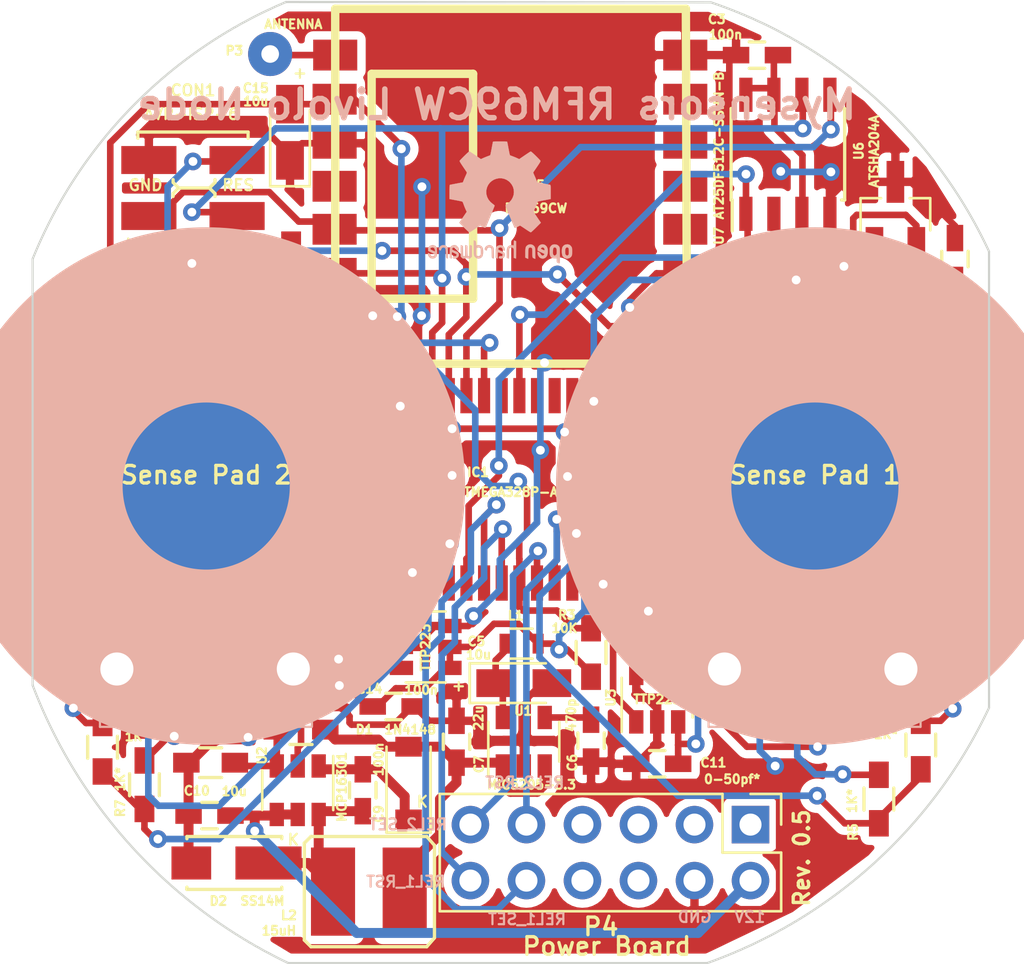
<source format=kicad_pcb>
(kicad_pcb (version 20171130) (host pcbnew "(5.1.12)-1")
  (layers (0 F.Cu signal) (31 B.Cu signal) (34 B.Paste user hide) (35 F.Paste user hide) (36 B.SilkS user hide) (37 F.SilkS user hide) (38 B.Mask user hide) (39 F.Mask user hide) (44 Edge.Cuts user))
  (net 0 "")
  (net 1 +3V3)
  (net 2 GND)
  (net 3 "Net-(C4-Pad2)")
  (net 4 "Net-(C6-Pad1)")
  (net 5 "Net-(C7-Pad1)")
  (net 6 /RESET)
  (net 7 "Net-(C9-Pad2)")
  (net 8 "Net-(C9-Pad1)")
  (net 9 /12Vcc)
  (net 10 "Net-(C11-Pad1)")
  (net 11 "Net-(C12-Pad1)")
  (net 12 /MISO)
  (net 13 /SCK)
  (net 14 /MOSI)
  (net 15 "Net-(D3-Pad2)")
  (net 16 "Net-(D4-Pad1)")
  (net 17 "Net-(D5-Pad1)")
  (net 18 "Net-(D6-Pad2)")
  (net 19 /INT)
  (net 20 /TS2)
  (net 21 /S2_LEDs)
  (net 22 /TS1)
  (net 23 /S1_LEDs)
  (net 24 "Net-(P3-Pad1)")
  (net 25 "Net-(R1-Pad1)")
  (net 26 /Relay2_Reset)
  (net 27 /Relay1_Reset)
  (net 28 /Relay2_Set)
  (net 29 /Relay1_Set)
  (net 30 /ATSHA204A)
  (net 31 /RADIO_SS)
  (net 32 /FLASH_SS)
  (net 33 "Net-(C5-Pad1)")
  (module myfootprints:Livolo_EU_SW_2_Channel_1Way_Frame_VL-C700X-1_Ver_B8 (layer F.Cu) (at 143.125 91.975)
    (fp_text reference REF** hide)
    (fp_text value Livolo_EU_SW_2Ways_Frame hide)
    (fp_line (start -22.339634 9.205351) (end -22.339634 9.205351) (layer Edge.Cuts) (width 0.1))
    (fp_line (start -22.34 9.21) (end -22.34 9.21) (layer Edge.Cuts) (width 0.1))
  )
  (module myfootprints:AVR_ISP_SMT_Small_02x03 (layer F.Cu) (at 128.05 79.9 90)
    (fp_text reference CON1 (at 5.7 0) (layer F.SilkS) (effects (font (size 0.5 0.5) (thickness 0.1))))
    (fp_text value AVR-ISP-6 (at 4.625 -0.075 180) (layer F.SilkS) (effects (font (size 0.5 0.5) (thickness 0.1))))
    (pad 2 smd rect (at -2.54 -2 90) (size 1.27 2.5) (layers F.Cu F.Paste F.Mask) (net 1 +3V3))
    (pad 4 smd rect (at 0 -2 90) (size 1.27 2.5) (layers F.Cu F.Paste F.Mask) (net 14 /MOSI))
    (pad 6 smd rect (at 2.54 -2 90) (size 1.27 2.5) (layers F.Cu F.Paste F.Mask) (net 2 GND))
    (pad 5 smd rect (at 2.54 2 90) (size 1.27 2.5) (layers F.Cu F.Paste F.Mask) (net 6 /RESET))
    (pad 3 smd rect (at 0 2 90) (size 1.27 2.5) (layers F.Cu F.Paste F.Mask) (net 13 /SCK))
    (pad 1 smd rect (at -2.5 2 90) (size 1.27 2.5) (layers F.Cu F.Paste F.Mask) (net 12 /MISO))
  )
  (module Capacitors_Tantalum_SMD:CP_Tantalum_Case-R_EIA-2012-12_Wave (layer F.Cu) (at 143.05 101.092)
    (fp_text reference C5 (at -2.15 -1.892) (layer F.SilkS) (effects (font (size 0.4 0.4) (thickness 0.1))))
    (fp_text value 10u (at -2.05 -1.292) (layer F.SilkS) (effects (font (size 0.4 0.4) (thickness 0.1))))
    (pad 1 smd rect (at -1.275 0) (size 1.75 1.26) (layers F.Cu F.Paste F.Mask) (net 33 "Net-(C5-Pad1)"))
    (pad 2 smd rect (at 1.275 0) (size 1.75 1.26) (layers F.Cu F.Paste F.Mask) (net 2 GND))
  )
  (module myfootprints:touch_pad_16mm (layer F.Cu) (at 156.25 92.15)
    (fp_text reference P1 hide)
    (fp_text value "Sense Pad 1" (at 0 -0.5) (layer F.SilkS) (effects (font (size 0.8 0.8))))
    (pad 1 smd circle (at 0 0) (size 15.5 15.5) (layers B.Cu) (net 10 "Net-(C11-Pad1)"))
  )
  (module myfootprints:touch_pad_16mm (layer F.Cu) (at 128.65 92.15)
    (fp_text reference P2 hide)
    (fp_text value "Sense Pad 2" (at 0 -0.5) (layer F.SilkS) (effects (font (size 0.8 0.8))))
    (pad 1 smd circle (at 0 0) (size 15.5 15.5) (layers B.Cu) (net 11 "Net-(C12-Pad1)"))
  )
  (module Resistors_SMD:R_0603_HandSoldering (layer F.Cu) (at 159.766 83.312 180)
    (fp_text reference R10 (at 0.866 -1.238 180) (layer F.SilkS) (effects (font (size 0.4 0.4) (thickness 0.1))))
    (fp_text value 1K (at -0.762 -1.27 180) (layer F.SilkS) (effects (font (size 0.4 0.4) (thickness 0.1))))
    (pad 1 smd rect (at -1.1 0 180) (size 1.2 0.9) (layers F.Cu F.Paste F.Mask) (net 1 +3V3))
    (pad 2 smd rect (at 1.1 0 180) (size 1.2 0.9) (layers F.Cu F.Paste F.Mask) (net 30 /ATSHA204A))
  )
  (module Symbols:OSHW-Logo2_7.3x6mm_SilkScreen (layer B.Cu) (at 141.975 79.275 180)
    (fp_text reference REF*** hide)
    (fp_text value OSHW-Logo2_7.3x6mm_SilkScreen hide)
  )
  (module myfootprints:VLCF4020T-150MR68 (layer F.Cu) (at 135.9 110.55 270)
    (fp_text reference L2 (at 1.075 3.5) (layer F.SilkS) (effects (font (size 0.4 0.4) (thickness 0.1))))
    (fp_text value 15uH (at 1.775 3.95) (layer F.SilkS) (effects (font (size 0.4 0.4) (thickness 0.1))))
    (pad 2 smd rect (at 0 1.5 270) (size 4 2) (layers F.Cu F.Paste F.Mask) (net 7 "Net-(C9-Pad2)"))
    (pad 1 smd rect (at 0 -1.75 270) (size 4 2) (layers F.Cu F.Paste F.Mask) (net 5 "Net-(C7-Pad1)"))
  )
  (module Capacitors_SMD:C_0603_HandSoldering (layer F.Cu) (at 153.625 72.6)
    (fp_text reference C3 (at -1.825 -1.625 180) (layer F.SilkS) (effects (font (size 0.4 0.4) (thickness 0.1))))
    (fp_text value 100n (at -1.425 -0.925 180) (layer F.SilkS) (effects (font (size 0.4 0.4) (thickness 0.1))))
    (pad 1 smd rect (at -0.95 0) (size 1.2 0.75) (layers F.Cu F.Paste F.Mask) (net 2 GND))
    (pad 2 smd rect (at 0.95 0) (size 1.2 0.75) (layers F.Cu F.Paste F.Mask) (net 1 +3V3))
  )
  (module Pin_Headers:Pin_Header_Straight_2x06_Pitch2.54mm (layer F.Cu) (at 153.33 107.51 270)
    (fp_text reference P4 (at 4.631 6.78 180) (layer F.SilkS) (effects (font (size 0.8 0.8))))
    (fp_text value "Power Board" (at 5.52 6.518 180) (layer F.SilkS) (effects (font (size 0.8 0.8))))
    (pad 1 thru_hole rect (at 0 0 270) (size 1.7 1.7) (drill 1) (layers *.Cu *.Mask))
    (pad 2 thru_hole oval (at 2.54 0 270) (size 1.7 1.7) (drill 1) (layers *.Cu *.Mask) (net 9 /12Vcc))
    (pad 3 thru_hole oval (at 0 2.54 270) (size 1.7 1.7) (drill 1) (layers *.Cu *.Mask))
    (pad 4 thru_hole oval (at 2.54 2.54 270) (size 1.7 1.7) (drill 1) (layers *.Cu *.Mask) (net 2 GND))
    (pad 5 thru_hole oval (at 0 5.08 270) (size 1.7 1.7) (drill 1) (layers *.Cu *.Mask))
    (pad 6 thru_hole oval (at 2.54 5.08 270) (size 1.7 1.7) (drill 1) (layers *.Cu *.Mask))
    (pad 7 thru_hole oval (at 0 7.62 270) (size 1.7 1.7) (drill 1) (layers *.Cu *.Mask))
    (pad 8 thru_hole oval (at 2.54 7.62 270) (size 1.7 1.7) (drill 1) (layers *.Cu *.Mask))
    (pad 9 thru_hole oval (at 0 10.16 270) (size 1.7 1.7) (drill 1) (layers *.Cu *.Mask) (net 26 /Relay2_Reset))
    (pad 10 thru_hole oval (at 2.54 10.16 270) (size 1.7 1.7) (drill 1) (layers *.Cu *.Mask) (net 29 /Relay1_Set))
    (pad 11 thru_hole oval (at 0 12.7 270) (size 1.7 1.7) (drill 1) (layers *.Cu *.Mask) (net 28 /Relay2_Set))
    (pad 12 thru_hole oval (at 2.54 12.7 270) (size 1.7 1.7) (drill 1) (layers *.Cu *.Mask) (net 27 /Relay1_Reset))
  )
  (module myfootprints:hole_1.5mm (layer F.Cu) (at 152.15 100.45)
    (fp_text reference REF** hide)
    (fp_text value hole_1.5mm hide)
    (pad "" np_thru_hole circle (at 0 0) (size 1.5 1.5) (drill 1.5) (layers *.Cu *.Mask))
  )
  (module myfootprints:hole_1.5mm (layer F.Cu) (at 160.15 100.45)
    (fp_text reference REF** hide)
    (fp_text value hole_1.5mm hide)
    (pad "" np_thru_hole circle (at 0 0) (size 1.5 1.5) (drill 1.5) (layers *.Cu *.Mask))
  )
  (module myfootprints:hole_1.5mm (layer F.Cu) (at 132.6 100.45)
    (fp_text reference REF** hide)
    (fp_text value hole_1.5mm hide)
    (pad "" np_thru_hole circle (at 0 0) (size 1.5 1.5) (drill 1.5) (layers *.Cu *.Mask))
  )
  (module myfootprints:hole_1.5mm (layer F.Cu) (at 124.6 100.45)
    (fp_text reference REF** hide)
    (fp_text value hole_1.5mm hide)
    (pad "" np_thru_hole circle (at 0 0) (size 1.5 1.5) (drill 1.5) (layers *.Cu *.Mask))
  )
  (module Capacitors_SMD:C_0402 (layer F.Cu) (at 137.15 96.9)
    (fp_text reference C4 (at -1.75 -1.35 180) (layer F.SilkS) (effects (font (size 0.4 0.4) (thickness 0.1))))
    (fp_text value 100n (at -1.3 -0.65 180) (layer F.SilkS) (effects (font (size 0.4 0.4) (thickness 0.1))))
    (pad 1 smd rect (at -0.55 0) (size 0.6 0.5) (layers F.Cu F.Paste F.Mask) (net 2 GND))
    (pad 2 smd rect (at 0.55 0) (size 0.6 0.5) (layers F.Cu F.Paste F.Mask) (net 3 "Net-(C4-Pad2)"))
  )
  (module Capacitors_SMD:C_0402 (layer F.Cu) (at 137.35 87.5 180)
    (fp_text reference C2 (at 1.5 0.275 180) (layer F.SilkS) (effects (font (size 0.4 0.4) (thickness 0.1))))
    (fp_text value 100n (at 1.85 -0.4 180) (layer F.SilkS) (effects (font (size 0.4 0.4) (thickness 0.1))))
    (pad 1 smd rect (at -0.55 0 180) (size 0.6 0.5) (layers F.Cu F.Paste F.Mask) (net 2 GND))
    (pad 2 smd rect (at 0.55 0 180) (size 0.6 0.5) (layers F.Cu F.Paste F.Mask) (net 1 +3V3))
  )
  (module Capacitors_SMD:C_0402 (layer F.Cu) (at 147.5 87.5)
    (fp_text reference C1 (at 1.525 -0.3) (layer F.SilkS) (effects (font (size 0.4 0.4) (thickness 0.1))))
    (fp_text value 100n (at 1.95 0.375) (layer F.SilkS) (effects (font (size 0.4 0.4) (thickness 0.1))))
    (pad 1 smd rect (at -0.55 0) (size 0.6 0.5) (layers F.Cu F.Paste F.Mask) (net 1 +3V3))
    (pad 2 smd rect (at 0.55 0) (size 0.6 0.5) (layers F.Cu F.Paste F.Mask) (net 2 GND))
  )
  (module Capacitors_SMD:C_0603_HandSoldering (layer F.Cu) (at 128.8 107.1 180)
    (fp_text reference C10 (at 0.575 1.125 180) (layer F.SilkS) (effects (font (size 0.4 0.4) (thickness 0.1))))
    (fp_text value 10u (at -1.125 1.1 180) (layer F.SilkS) (effects (font (size 0.4 0.4) (thickness 0.1))))
    (pad 1 smd rect (at -0.95 0 180) (size 1.2 0.75) (layers F.Cu F.Paste F.Mask) (net 9 /12Vcc))
    (pad 2 smd rect (at 0.95 0 180) (size 1.2 0.75) (layers F.Cu F.Paste F.Mask) (net 2 GND))
  )
  (module Capacitors_SMD:C_0603_HandSoldering (layer F.Cu) (at 140 103.75 90)
    (fp_text reference C7 (at -1.025 1.025 90) (layer F.SilkS) (effects (font (size 0.4 0.4) (thickness 0.1))))
    (fp_text value 22u (at 1.075 1 270) (layer F.SilkS) (effects (font (size 0.4 0.4) (thickness 0.1))))
    (pad 1 smd rect (at -0.95 0 90) (size 1.2 0.75) (layers F.Cu F.Paste F.Mask) (net 5 "Net-(C7-Pad1)"))
    (pad 2 smd rect (at 0.95 0 90) (size 1.2 0.75) (layers F.Cu F.Paste F.Mask) (net 2 GND))
  )
  (module myfootprints:SS14M (layer F.Cu) (at 129.475 109.25 180)
    (fp_text reference D2 (at 0.275 -1.725 180) (layer F.SilkS) (effects (font (size 0.4 0.4) (thickness 0.1))))
    (fp_text value SS14M (at -1.725 -1.725 180) (layer F.SilkS) (effects (font (size 0.4 0.4) (thickness 0.1))))
    (pad 2 smd rect (at 1.5 0 180) (size 1.8 1.5) (layers F.Cu F.Paste F.Mask) (net 2 GND))
    (pad 1 smd rect (at -2 0 180) (size 3 1.5) (layers F.Cu F.Paste F.Mask) (net 7 "Net-(C9-Pad2)"))
  )
  (module Capacitors_SMD:C_0603_HandSoldering (layer F.Cu) (at 146.1 103.7 270)
    (fp_text reference C6 (at 1 0.85 270) (layer F.SilkS) (effects (font (size 0.4 0.4) (thickness 0.1))))
    (fp_text value 470p (at -1.15 0.9 270) (layer F.SilkS) (effects (font (size 0.4 0.4) (thickness 0.1))))
    (pad 2 smd rect (at 0.95 0 270) (size 1.2 0.75) (layers F.Cu F.Paste F.Mask) (net 2 GND))
    (pad 1 smd rect (at -0.95 0 270) (size 1.2 0.75) (layers F.Cu F.Paste F.Mask) (net 4 "Net-(C6-Pad1)"))
  )
  (module Capacitors_SMD:C_0603_HandSoldering (layer F.Cu) (at 135.75 105.95 270)
    (fp_text reference C9 (at 1.075 -0.725 90) (layer F.SilkS) (effects (font (size 0.4 0.4) (thickness 0.1))))
    (fp_text value 100n (at -1.4 -0.725 90) (layer F.SilkS) (effects (font (size 0.4 0.4) (thickness 0.1))))
    (pad 2 smd rect (at 0.95 0 270) (size 1.2 0.75) (layers F.Cu F.Paste F.Mask) (net 7 "Net-(C9-Pad2)"))
    (pad 1 smd rect (at -0.95 0 270) (size 1.2 0.75) (layers F.Cu F.Paste F.Mask) (net 8 "Net-(C9-Pad1)"))
  )
  (module Capacitors_SMD:C_0603_HandSoldering (layer F.Cu) (at 149.1 104.75 180)
    (fp_text reference C11 (at -2.55 0.05 180) (layer F.SilkS) (effects (font (size 0.4 0.4) (thickness 0.1))))
    (fp_text value 0-50pf* (at -3.4 -0.7 180) (layer F.SilkS) (effects (font (size 0.4 0.4) (thickness 0.1))))
    (pad 1 smd rect (at -0.95 0 180) (size 1.2 0.75) (layers F.Cu F.Paste F.Mask) (net 10 "Net-(C11-Pad1)"))
    (pad 2 smd rect (at 0.95 0 180) (size 1.2 0.75) (layers F.Cu F.Paste F.Mask) (net 2 GND))
  )
  (module Capacitors_SMD:C_0603_HandSoldering (layer F.Cu) (at 135.7 99.35 90)
    (fp_text reference C12 (at 0.525 -1.95 90) (layer F.SilkS) (effects (font (size 0.4 0.4) (thickness 0.1))))
    (fp_text value 0-50pf* (at 1.4 -1.125 90) (layer F.SilkS) (effects (font (size 0.4 0.4) (thickness 0.1))))
    (pad 1 smd rect (at -0.95 0 90) (size 1.2 0.75) (layers F.Cu F.Paste F.Mask) (net 11 "Net-(C12-Pad1)"))
    (pad 2 smd rect (at 0.95 0 90) (size 1.2 0.75) (layers F.Cu F.Paste F.Mask) (net 2 GND))
  )
  (module Capacitors_SMD:C_0603_HandSoldering (layer F.Cu) (at 149.1 98.9 180)
    (fp_text reference C13 (at -0.925 1.825 180) (layer F.SilkS) (effects (font (size 0.4 0.4) (thickness 0.1))))
    (fp_text value 100n (at -1.125 1.075 180) (layer F.SilkS) (effects (font (size 0.4 0.4) (thickness 0.1))))
    (pad 2 smd rect (at 0.95 0 180) (size 1.2 0.75) (layers F.Cu F.Paste F.Mask) (net 2 GND))
    (pad 1 smd rect (at -0.95 0 180) (size 1.2 0.75) (layers F.Cu F.Paste F.Mask) (net 1 +3V3))
  )
  (module Capacitors_SMD:C_0603_HandSoldering (layer F.Cu) (at 137.15 102.15)
    (fp_text reference C14 (at -1.1 -0.8 180) (layer F.SilkS) (effects (font (size 0.4 0.4) (thickness 0.1))))
    (fp_text value 100n (at 1.25 -0.75) (layer F.SilkS) (effects (font (size 0.4 0.4) (thickness 0.1))))
    (pad 2 smd rect (at 0.95 0) (size 1.2 0.75) (layers F.Cu F.Paste F.Mask) (net 2 GND))
    (pad 1 smd rect (at -0.95 0) (size 1.2 0.75) (layers F.Cu F.Paste F.Mask) (net 1 +3V3))
  )
  (module Diodes_SMD:SOD-123 (layer F.Cu) (at 137.825 105.625 90)
    (fp_text reference D1 (at 2.425 -2 180) (layer F.SilkS) (effects (font (size 0.4 0.4) (thickness 0.1))))
    (fp_text value 1N4148 (at 2.425 0.075) (layer F.SilkS) (effects (font (size 0.4 0.4) (thickness 0.1))))
    (pad 2 smd rect (at 1.65 0 90) (size 0.9 1.2) (layers F.Cu F.Paste F.Mask) (net 5 "Net-(C7-Pad1)"))
    (pad 1 smd rect (at -1.65 0 90) (size 0.9 1.2) (layers F.Cu F.Paste F.Mask) (net 8 "Net-(C9-Pad1)"))
  )
  (module Diodes_SMD:D_0603 (layer B.Cu) (at 130.5 102.15 180)
    (fp_text reference D3 (at -0.9 1.05 180) (layer B.SilkS) (effects (font (size 0.4 0.4) (thickness 0.1)) (justify mirror)))
    (fp_text value Blue (at 0.6 1.05 180) (layer B.SilkS) (effects (font (size 0.4 0.4) (thickness 0.1)) (justify mirror)))
    (pad 2 smd rect (at 0.85 0 180) (size 0.6 0.8) (layers B.Cu B.Paste B.Mask) (net 15 "Net-(D3-Pad2)"))
    (pad 1 smd rect (at -0.85 0 180) (size 0.6 0.8) (layers B.Cu B.Paste B.Mask) (net 2 GND))
  )
  (module Diodes_SMD:D_0603 (layer B.Cu) (at 126.85 102.15)
    (fp_text reference D4 (at 0.9 -1.05) (layer B.SilkS) (effects (font (size 0.4 0.4) (thickness 0.1)) (justify mirror)))
    (fp_text value Red (at -0.6 -1.05) (layer B.SilkS) (effects (font (size 0.4 0.4) (thickness 0.1)) (justify mirror)))
    (pad 1 smd rect (at -0.85 0) (size 0.6 0.8) (layers B.Cu B.Paste B.Mask) (net 16 "Net-(D4-Pad1)"))
    (pad 2 smd rect (at 0.85 0) (size 0.6 0.8) (layers B.Cu B.Paste B.Mask) (net 1 +3V3))
  )
  (module Diodes_SMD:D_0603 (layer B.Cu) (at 157.95 102.15 180)
    (fp_text reference D5 (at -0.85 1.05 180) (layer B.SilkS) (effects (font (size 0.4 0.4) (thickness 0.1)) (justify mirror)))
    (fp_text value Red (at 0.65 1.05 180) (layer B.SilkS) (effects (font (size 0.4 0.4) (thickness 0.1)) (justify mirror)))
    (pad 1 smd rect (at -0.85 0 180) (size 0.6 0.8) (layers B.Cu B.Paste B.Mask) (net 17 "Net-(D5-Pad1)"))
    (pad 2 smd rect (at 0.85 0 180) (size 0.6 0.8) (layers B.Cu B.Paste B.Mask) (net 1 +3V3))
  )
  (module Diodes_SMD:D_0603 (layer B.Cu) (at 154.6 102.15)
    (fp_text reference D6 (at 1 -1.05) (layer B.SilkS) (effects (font (size 0.4 0.4) (thickness 0.1)) (justify mirror)))
    (fp_text value Blue (at -0.6 -1.05) (layer B.SilkS) (effects (font (size 0.4 0.4) (thickness 0.1)) (justify mirror)))
    (pad 2 smd rect (at 0.85 0) (size 0.6 0.8) (layers B.Cu B.Paste B.Mask) (net 18 "Net-(D6-Pad2)"))
    (pad 1 smd rect (at -0.85 0) (size 0.6 0.8) (layers B.Cu B.Paste B.Mask) (net 2 GND))
  )
  (module Housings_QFP:TQFP-32_7x7mm_Pitch0.8mm (layer F.Cu) (at 142.45 92.3 180)
    (fp_text reference IC1 (at 1.475 0.775) (layer F.SilkS) (effects (font (size 0.4 0.4) (thickness 0.1))))
    (fp_text value ATMEGA328P-AU (at -0.05 -0.125) (layer F.SilkS) (effects (font (size 0.4 0.4) (thickness 0.1))))
    (pad 32 smd rect (at -2.8 -4.25 270) (size 1.6 0.55) (layers F.Cu F.Paste F.Mask) (net 19 /INT))
    (pad 31 smd rect (at -2 -4.25 270) (size 1.6 0.55) (layers F.Cu F.Paste F.Mask) (net 26 /Relay2_Reset))
    (pad 30 smd rect (at -1.2 -4.25 270) (size 1.6 0.55) (layers F.Cu F.Paste F.Mask) (net 28 /Relay2_Set))
    (pad 29 smd rect (at -0.4 -4.25 270) (size 1.6 0.55) (layers F.Cu F.Paste F.Mask) (net 6 /RESET))
    (pad 28 smd rect (at 0.4 -4.25 270) (size 1.6 0.55) (layers F.Cu F.Paste F.Mask) (net 27 /Relay1_Reset))
    (pad 27 smd rect (at 1.2 -4.25 270) (size 1.6 0.55) (layers F.Cu F.Paste F.Mask) (net 29 /Relay1_Set))
    (pad 26 smd rect (at 2 -4.25 270) (size 1.6 0.55) (layers F.Cu F.Paste F.Mask) (net 30 /ATSHA204A))
    (pad 25 smd rect (at 2.8 -4.25 270) (size 1.6 0.55) (layers F.Cu F.Paste F.Mask))
    (pad 24 smd rect (at 4.25 -2.8 180) (size 1.6 0.55) (layers F.Cu F.Paste F.Mask) (net 20 /TS2))
    (pad 23 smd rect (at 4.25 -2 180) (size 1.6 0.55) (layers F.Cu F.Paste F.Mask) (net 21 /S2_LEDs))
    (pad 22 smd rect (at 4.25 -1.2 180) (size 1.6 0.55) (layers F.Cu F.Paste F.Mask))
    (pad 21 smd rect (at 4.25 -0.4 180) (size 1.6 0.55) (layers F.Cu F.Paste F.Mask) (net 2 GND))
    (pad 20 smd rect (at 4.25 0.4 180) (size 1.6 0.55) (layers F.Cu F.Paste F.Mask) (net 3 "Net-(C4-Pad2)"))
    (pad 19 smd rect (at 4.25 1.2 180) (size 1.6 0.55) (layers F.Cu F.Paste F.Mask))
    (pad 18 smd rect (at 4.25 2 180) (size 1.6 0.55) (layers F.Cu F.Paste F.Mask) (net 1 +3V3))
    (pad 17 smd rect (at 4.25 2.8 180) (size 1.6 0.55) (layers F.Cu F.Paste F.Mask) (net 13 /SCK))
    (pad 16 smd rect (at 2.8 4.25 270) (size 1.6 0.55) (layers F.Cu F.Paste F.Mask) (net 12 /MISO))
    (pad 15 smd rect (at 2 4.25 270) (size 1.6 0.55) (layers F.Cu F.Paste F.Mask) (net 14 /MOSI))
    (pad 14 smd rect (at 1.2 4.25 270) (size 1.6 0.55) (layers F.Cu F.Paste F.Mask) (net 31 /RADIO_SS))
    (pad 13 smd rect (at 0.4 4.25 270) (size 1.6 0.55) (layers F.Cu F.Paste F.Mask))
    (pad 12 smd rect (at -0.4 4.25 270) (size 1.6 0.55) (layers F.Cu F.Paste F.Mask) (net 32 /FLASH_SS))
    (pad 11 smd rect (at -1.2 4.25 270) (size 1.6 0.55) (layers F.Cu F.Paste F.Mask))
    (pad 10 smd rect (at -2 4.25 270) (size 1.6 0.55) (layers F.Cu F.Paste F.Mask))
    (pad 9 smd rect (at -2.8 4.25 270) (size 1.6 0.55) (layers F.Cu F.Paste F.Mask))
    (pad 8 smd rect (at -4.25 2.8 180) (size 1.6 0.55) (layers F.Cu F.Paste F.Mask))
    (pad 7 smd rect (at -4.25 2 180) (size 1.6 0.55) (layers F.Cu F.Paste F.Mask))
    (pad 6 smd rect (at -4.25 1.2 180) (size 1.6 0.55) (layers F.Cu F.Paste F.Mask) (net 1 +3V3))
    (pad 5 smd rect (at -4.25 0.4 180) (size 1.6 0.55) (layers F.Cu F.Paste F.Mask) (net 2 GND))
    (pad 4 smd rect (at -4.25 -0.4 180) (size 1.6 0.55) (layers F.Cu F.Paste F.Mask) (net 1 +3V3))
    (pad 3 smd rect (at -4.25 -1.2 180) (size 1.6 0.55) (layers F.Cu F.Paste F.Mask) (net 2 GND))
    (pad 2 smd rect (at -4.25 -2 180) (size 1.6 0.55) (layers F.Cu F.Paste F.Mask) (net 23 /S1_LEDs))
    (pad 1 smd rect (at -4.25 -2.8 180) (size 1.6 0.55) (layers F.Cu F.Paste F.Mask) (net 22 /TS1))
  )
  (module Wire_Pads:SolderWirePad_single_0-8mmDrill (layer F.Cu) (at 131.55 72.55)
    (fp_text reference P3 (at -1.625 -0.15) (layer F.SilkS) (effects (font (size 0.4 0.4) (thickness 0.1))))
    (fp_text value ANTENNA (at 1.05 -1.35) (layer F.SilkS) (effects (font (size 0.4 0.4) (thickness 0.1))))
    (pad 1 thru_hole circle (at 0 0) (size 1.99898 1.99898) (drill 0.8001) (layers *.Cu *.Mask) (net 24 "Net-(P3-Pad1)"))
  )
  (module Resistors_SMD:R_0603_HandSoldering (layer F.Cu) (at 132.95 103.2)
    (fp_text reference R1 (at -0.7 -1.15) (layer F.SilkS) (effects (font (size 0.4 0.4) (thickness 0.1))))
    (fp_text value 31K6 (at 1 -1.15) (layer F.SilkS) (effects (font (size 0.4 0.4) (thickness 0.1))))
    (pad 1 smd rect (at -1.1 0) (size 1.2 0.9) (layers F.Cu F.Paste F.Mask) (net 25 "Net-(R1-Pad1)"))
    (pad 2 smd rect (at 1.1 0) (size 1.2 0.9) (layers F.Cu F.Paste F.Mask) (net 5 "Net-(C7-Pad1)"))
  )
  (module Resistors_SMD:R_0603_HandSoldering (layer F.Cu) (at 128.85 104.7)
    (fp_text reference R2 (at -0.75 -1.175) (layer F.SilkS) (effects (font (size 0.4 0.4) (thickness 0.1))))
    (fp_text value 10K (at 0.65 -1.175) (layer F.SilkS) (effects (font (size 0.4 0.4) (thickness 0.1))))
    (pad 2 smd rect (at 1.1 0) (size 1.2 0.9) (layers F.Cu F.Paste F.Mask) (net 25 "Net-(R1-Pad1)"))
    (pad 1 smd rect (at -1.1 0) (size 1.2 0.9) (layers F.Cu F.Paste F.Mask) (net 2 GND))
  )
  (module Resistors_SMD:R_0603_HandSoldering (layer F.Cu) (at 146.1 99.7 90)
    (fp_text reference R3 (at 1.7 -1.1 180) (layer F.SilkS) (effects (font (size 0.4 0.4) (thickness 0.1))))
    (fp_text value 10K (at 1.1 -1.2) (layer F.SilkS) (effects (font (size 0.4 0.4) (thickness 0.1))))
    (pad 1 smd rect (at -1.1 0 90) (size 1.2 0.9) (layers F.Cu F.Paste F.Mask) (net 1 +3V3))
    (pad 2 smd rect (at 1.1 0 90) (size 1.2 0.9) (layers F.Cu F.Paste F.Mask) (net 6 /RESET))
  )
  (module Resistors_SMD:R_0603_HandSoldering (layer F.Cu) (at 132.5 82.3 90)
    (fp_text reference R4 (at -2.35 0.075 180) (layer F.SilkS) (effects (font (size 0.4 0.4) (thickness 0.1))))
    (fp_text value 56K (at -3.125 0.05 180) (layer F.SilkS) (effects (font (size 0.4 0.4) (thickness 0.1))))
    (pad 2 smd rect (at 1.1 0 90) (size 1.2 0.9) (layers F.Cu F.Paste F.Mask) (net 1 +3V3))
    (pad 1 smd rect (at -1.1 0 90) (size 1.2 0.9) (layers F.Cu F.Paste F.Mask) (net 31 /RADIO_SS))
  )
  (module Resistors_SMD:R_0603_HandSoldering (layer F.Cu) (at 159.15 106.35 270)
    (fp_text reference R5 (at 1.5 1.17 270) (layer F.SilkS) (effects (font (size 0.4 0.4) (thickness 0.1))))
    (fp_text value 1K* (at 0.08 1.21 270) (layer F.SilkS) (effects (font (size 0.4 0.4) (thickness 0.1))))
    (pad 1 smd rect (at -1.1 0 270) (size 1.2 0.9) (layers F.Cu F.Paste F.Mask) (net 18 "Net-(D6-Pad2)"))
    (pad 2 smd rect (at 1.1 0 270) (size 1.2 0.9) (layers F.Cu F.Paste F.Mask) (net 23 /S1_LEDs))
  )
  (module Resistors_SMD:R_0603_HandSoldering (layer F.Cu) (at 161.05 103.9 270)
    (fp_text reference R6 (at -1.26 1.75) (layer F.SilkS) (effects (font (size 0.4 0.4) (thickness 0.1))))
    (fp_text value 1K* (at -0.49 1.57) (layer F.SilkS) (effects (font (size 0.4 0.4) (thickness 0.1))))
    (pad 2 smd rect (at 1.1 0 270) (size 1.2 0.9) (layers F.Cu F.Paste F.Mask) (net 23 /S1_LEDs))
    (pad 1 smd rect (at -1.1 0 270) (size 1.2 0.9) (layers F.Cu F.Paste F.Mask) (net 17 "Net-(D5-Pad1)"))
  )
  (module Resistors_SMD:R_0603_HandSoldering (layer F.Cu) (at 125.85 105.7 270)
    (fp_text reference R7 (at 1.075 1.1 270) (layer F.SilkS) (effects (font (size 0.4 0.4) (thickness 0.1))))
    (fp_text value 1K* (at -0.25 1.1 270) (layer F.SilkS) (effects (font (size 0.4 0.4) (thickness 0.1))))
    (pad 1 smd rect (at -1.1 0 270) (size 1.2 0.9) (layers F.Cu F.Paste F.Mask) (net 15 "Net-(D3-Pad2)"))
    (pad 2 smd rect (at 1.1 0 270) (size 1.2 0.9) (layers F.Cu F.Paste F.Mask) (net 21 /S2_LEDs))
  )
  (module Resistors_SMD:R_0603_HandSoldering (layer F.Cu) (at 123.95 104 270)
    (fp_text reference R8 (at -1.28 -1.37) (layer F.SilkS) (effects (font (size 0.4 0.4) (thickness 0.1))))
    (fp_text value 1K* (at -0.49 -1.56) (layer F.SilkS) (effects (font (size 0.4 0.4) (thickness 0.1))))
    (pad 2 smd rect (at 1.1 0 270) (size 1.2 0.9) (layers F.Cu F.Paste F.Mask) (net 21 /S2_LEDs))
    (pad 1 smd rect (at -1.1 0 270) (size 1.2 0.9) (layers F.Cu F.Paste F.Mask) (net 16 "Net-(D4-Pad1)"))
  )
  (module TO_SOT_Packages_SMD:SOT-23-5 (layer F.Cu) (at 143.05 103.75 90)
    (fp_text reference U1 (at 1.4 -0.025 180) (layer F.SilkS) (effects (font (size 0.4 0.4) (thickness 0.1))))
    (fp_text value MIC5205-3.3 (at -1.95 0.35 180) (layer F.SilkS) (effects (font (size 0.4 0.4) (thickness 0.1))))
    (pad 5 smd rect (at 1.1 -0.95 90) (size 1.06 0.65) (layers F.Cu F.Paste F.Mask) (net 33 "Net-(C5-Pad1)"))
    (pad 4 smd rect (at 1.1 0.95 90) (size 1.06 0.65) (layers F.Cu F.Paste F.Mask) (net 4 "Net-(C6-Pad1)"))
    (pad 3 smd rect (at -1.1 0.95 90) (size 1.06 0.65) (layers F.Cu F.Paste F.Mask) (net 5 "Net-(C7-Pad1)"))
    (pad 2 smd rect (at -1.1 0 90) (size 1.06 0.65) (layers F.Cu F.Paste F.Mask) (net 2 GND))
    (pad 1 smd rect (at -1.1 -0.95 90) (size 1.06 0.65) (layers F.Cu F.Paste F.Mask) (net 5 "Net-(C7-Pad1)"))
  )
  (module TO_SOT_Packages_SMD:SOT-23-6 (layer F.Cu) (at 132.8 105.95 270)
    (fp_text reference U2 (at -1.575 1.625 270) (layer F.SilkS) (effects (font (size 0.4 0.4) (thickness 0.1))))
    (fp_text value MCP16301 (at -0.15 -2 270) (layer F.SilkS) (effects (font (size 0.4 0.4) (thickness 0.1))))
    (pad 5 smd rect (at 1.1 0 270) (size 1.06 0.65) (layers F.Cu F.Paste F.Mask) (net 9 /12Vcc))
    (pad 6 smd rect (at 1.1 -0.95 270) (size 1.06 0.65) (layers F.Cu F.Paste F.Mask) (net 7 "Net-(C9-Pad2)"))
    (pad 4 smd rect (at 1.1 0.95 270) (size 1.06 0.65) (layers F.Cu F.Paste F.Mask) (net 9 /12Vcc))
    (pad 3 smd rect (at -1.1 0.95 270) (size 1.06 0.65) (layers F.Cu F.Paste F.Mask) (net 25 "Net-(R1-Pad1)"))
    (pad 2 smd rect (at -1.1 0 270) (size 1.06 0.65) (layers F.Cu F.Paste F.Mask) (net 2 GND))
    (pad 1 smd rect (at -1.1 -0.95 270) (size 1.06 0.65) (layers F.Cu F.Paste F.Mask) (net 8 "Net-(C9-Pad1)"))
  )
  (module TO_SOT_Packages_SMD:SOT-23-6 (layer F.Cu) (at 149.1 101.75 90)
    (fp_text reference U3 (at 0 -2.1 270) (layer F.SilkS) (effects (font (size 0.4 0.4) (thickness 0.1))))
    (fp_text value TTP223 (at -0.075 0) (layer F.SilkS) (effects (font (size 0.4 0.4) (thickness 0.1))))
    (pad 5 smd rect (at 1.1 0 90) (size 1.06 0.65) (layers F.Cu F.Paste F.Mask) (net 1 +3V3))
    (pad 6 smd rect (at 1.1 -0.95 90) (size 1.06 0.65) (layers F.Cu F.Paste F.Mask) (net 2 GND))
    (pad 4 smd rect (at 1.1 0.95 90) (size 1.06 0.65) (layers F.Cu F.Paste F.Mask) (net 1 +3V3))
    (pad 3 smd rect (at -1.1 0.95 90) (size 1.06 0.65) (layers F.Cu F.Paste F.Mask) (net 10 "Net-(C11-Pad1)"))
    (pad 2 smd rect (at -1.1 0 90) (size 1.06 0.65) (layers F.Cu F.Paste F.Mask) (net 2 GND))
    (pad 1 smd rect (at -1.1 -0.95 90) (size 1.06 0.65) (layers F.Cu F.Paste F.Mask) (net 22 /TS1))
  )
  (module TO_SOT_Packages_SMD:SOT-23-6 (layer F.Cu) (at 138.6 99.45)
    (fp_text reference U4 (at -0.05 -2) (layer F.SilkS) (effects (font (size 0.4 0.4) (thickness 0.1))))
    (fp_text value TTP223 (at 0 0.025 90) (layer F.SilkS) (effects (font (size 0.4 0.4) (thickness 0.1))))
    (pad 1 smd rect (at -1.1 -0.95) (size 1.06 0.65) (layers F.Cu F.Paste F.Mask) (net 20 /TS2))
    (pad 2 smd rect (at -1.1 0) (size 1.06 0.65) (layers F.Cu F.Paste F.Mask) (net 2 GND))
    (pad 3 smd rect (at -1.1 0.95) (size 1.06 0.65) (layers F.Cu F.Paste F.Mask) (net 11 "Net-(C12-Pad1)"))
    (pad 4 smd rect (at 1.1 0.95) (size 1.06 0.65) (layers F.Cu F.Paste F.Mask) (net 1 +3V3))
    (pad 6 smd rect (at 1.1 -0.95) (size 1.06 0.65) (layers F.Cu F.Paste F.Mask) (net 2 GND))
    (pad 5 smd rect (at 1.1 0) (size 1.06 0.65) (layers F.Cu F.Paste F.Mask) (net 1 +3V3))
  )
  (module myfootprints:RFM69CW (layer F.Cu) (at 142.45 78.55)
    (fp_text reference U5 (at 1.15 -0.05) (layer F.SilkS) (effects (font (size 0.4 0.4) (thickness 0.1))))
    (fp_text value RFM69CW (at 1.15 1) (layer F.SilkS) (effects (font (size 0.4 0.4) (thickness 0.1))))
    (pad 1 smd rect (at -7.9502 -5.95122) (size 1.99898 1.39954) (layers F.Cu F.Paste F.Mask) (net 24 "Net-(P3-Pad1)"))
    (pad 2 smd rect (at -7.97814 -3.9497) (size 1.99898 1.39954) (layers F.Cu F.Paste F.Mask) (net 1 +3V3))
    (pad 3 smd rect (at -7.97814 -1.95072) (size 1.99898 1.39954) (layers F.Cu F.Paste F.Mask) (net 2 GND))
    (pad 4 smd rect (at -7.97814 0) (size 1.99898 1.39954) (layers F.Cu F.Paste F.Mask))
    (pad 5 smd rect (at -7.97814 1.95072) (size 1.99898 1.39954) (layers F.Cu F.Paste F.Mask) (net 14 /MOSI))
    (pad 6 smd rect (at -7.97814 3.9497) (size 1.99898 1.39954) (layers F.Cu F.Paste F.Mask) (net 13 /SCK))
    (pad 7 smd rect (at -7.97814 5.95122) (size 1.99898 1.39954) (layers F.Cu F.Paste F.Mask) (net 31 /RADIO_SS))
    (pad 8 smd rect (at 7.92226 5.95122) (size 1.99898 1.39954) (layers F.Cu F.Paste F.Mask) (net 12 /MISO))
    (pad 9 smd rect (at 7.92226 3.9497) (size 1.99898 1.39954) (layers F.Cu F.Paste F.Mask) (net 19 /INT))
    (pad 10 smd rect (at 7.92226 1.95072) (size 1.99898 1.39954) (layers F.Cu F.Paste F.Mask))
    (pad 11 smd rect (at 7.92226 0) (size 1.99898 1.39954) (layers F.Cu F.Paste F.Mask))
    (pad 12 smd rect (at 7.92226 -1.95072) (size 1.99898 1.39954) (layers F.Cu F.Paste F.Mask))
    (pad 13 smd rect (at 7.92226 -3.9497) (size 1.99898 1.39954) (layers F.Cu F.Paste F.Mask))
    (pad 14 smd rect (at 7.92226 -5.95122) (size 1.99898 1.39954) (layers F.Cu F.Paste F.Mask) (net 2 GND))
  )
  (module Capacitors_SMD:C_0603_HandSoldering (layer F.Cu) (at 162.6 81.85 270)
    (fp_text reference C16 (at 2.95 0.45 270) (layer F.SilkS) (effects (font (size 0.4 0.4) (thickness 0.1))))
    (fp_text value 100n (at 2.7 -0.3 270) (layer F.SilkS) (effects (font (size 0.4 0.4) (thickness 0.1))))
    (pad 2 smd rect (at 0.95 0 270) (size 1.2 0.75) (layers F.Cu F.Paste F.Mask) (net 1 +3V3))
    (pad 1 smd rect (at -0.95 0 270) (size 1.2 0.75) (layers F.Cu F.Paste F.Mask) (net 2 GND))
  )
  (module Resistors_SMD:R_0603_HandSoldering (layer F.Cu) (at 154.3 81.7 180)
    (fp_text reference R9 (at 1.3 -1.4 180) (layer F.SilkS) (effects (font (size 0.4 0.4) (thickness 0.1))))
    (fp_text value 56K (at 0.1 -1.4 180) (layer F.SilkS) (effects (font (size 0.4 0.4) (thickness 0.1))))
    (pad 2 smd rect (at 1.1 0 180) (size 1.2 0.9) (layers F.Cu F.Paste F.Mask) (net 32 /FLASH_SS))
    (pad 1 smd rect (at -1.1 0 180) (size 1.2 0.9) (layers F.Cu F.Paste F.Mask) (net 1 +3V3))
  )
  (module Housings_SOIC:SOIC-8_3.9x4.9mm_Pitch1.27mm (layer F.Cu) (at 155.025 77.1 90)
    (fp_text reference U6 (at 0.15 3.215 270) (layer F.SilkS) (effects (font (size 0.4 0.4) (thickness 0.1))))
    (fp_text value AT25DF512C-SSHN-B (at 0.4 -3.125 90) (layer F.SilkS) (effects (font (size 0.4 0.4) (thickness 0.1))))
    (pad 8 smd rect (at 2.7 -1.905 90) (size 1.55 0.6) (layers F.Cu F.Paste F.Mask) (net 1 +3V3))
    (pad 7 smd rect (at 2.7 -0.635 90) (size 1.55 0.6) (layers F.Cu F.Paste F.Mask) (net 1 +3V3))
    (pad 6 smd rect (at 2.7 0.635 90) (size 1.55 0.6) (layers F.Cu F.Paste F.Mask) (net 13 /SCK))
    (pad 5 smd rect (at 2.7 1.905 90) (size 1.55 0.6) (layers F.Cu F.Paste F.Mask) (net 14 /MOSI))
    (pad 4 smd rect (at -2.7 1.905 90) (size 1.55 0.6) (layers F.Cu F.Paste F.Mask) (net 2 GND))
    (pad 3 smd rect (at -2.7 0.635 90) (size 1.55 0.6) (layers F.Cu F.Paste F.Mask) (net 1 +3V3))
    (pad 2 smd rect (at -2.7 -0.635 90) (size 1.55 0.6) (layers F.Cu F.Paste F.Mask) (net 12 /MISO))
    (pad 1 smd rect (at -2.7 -1.905 90) (size 1.55 0.6) (layers F.Cu F.Paste F.Mask) (net 32 /FLASH_SS))
  )
  (module TO_SOT_Packages_SMD:SOT-23_Handsoldering (layer F.Cu) (at 159.9 79.85 90)
    (fp_text reference U7 (at -0.95 -8 90) (layer F.SilkS) (effects (font (size 0.4 0.4) (thickness 0.1))))
    (fp_text value ATSHA204A (at 2.88 -0.96 270) (layer F.SilkS) (effects (font (size 0.4 0.4) (thickness 0.1))))
    (pad 3 smd rect (at 1.5 0 90) (size 1.9 0.8) (layers F.Cu F.Paste F.Mask) (net 2 GND))
    (pad 2 smd rect (at -1.5 0.95 90) (size 1.9 0.8) (layers F.Cu F.Paste F.Mask) (net 1 +3V3))
    (pad 1 smd rect (at -1.5 -0.95 90) (size 1.9 0.8) (layers F.Cu F.Paste F.Mask) (net 30 /ATSHA204A))
  )
  (module Resistors_SMD:R_0603 (layer F.Cu) (at 142.95 99.3 180)
    (fp_text reference L1 (at 0.266 1.27 180) (layer F.SilkS) (effects (font (size 0.4 0.4) (thickness 0.1))))
    (fp_text value BLM18HE152SN1D hide)
    (pad 2 smd rect (at 0.75 0 180) (size 0.5 0.9) (layers F.Cu F.Paste F.Mask) (net 33 "Net-(C5-Pad1)"))
    (pad 1 smd rect (at -0.75 0 180) (size 0.5 0.9) (layers F.Cu F.Paste F.Mask) (net 1 +3V3))
  )
  (module Capacitors_Tantalum_SMD:CP_Tantalum_Case-R_EIA-2012-12_Wave (layer F.Cu) (at 132.45 76.1 90)
    (fp_text reference C15 (at 2 -1.55 180) (layer F.SilkS) (effects (font (size 0.4 0.4) (thickness 0.1))))
    (fp_text value 10u (at 1.4 -1.55 180) (layer F.SilkS) (effects (font (size 0.4 0.4) (thickness 0.1))))
    (pad 2 smd rect (at 1.275 0 90) (size 1.75 1.26) (layers F.Cu F.Paste F.Mask) (net 1 +3V3))
    (pad 1 smd rect (at -1.275 0 90) (size 1.75 1.26) (layers F.Cu F.Paste F.Mask) (net 2 GND))
  )
  (gr_text REL1_SET (at 143.2 111.8) (layer B.SilkS) (effects (font (size 0.5 0.5) (thickness 0.1)) (justify mirror)))
  (gr_text REL1_RST (at 137.7 110.1) (layer B.SilkS) (effects (font (size 0.5 0.5) (thickness 0.1)) (justify mirror)))
  (gr_text REL2_RST (at 143.1 105.6) (layer B.SilkS) (effects (font (size 0.5 0.5) (thickness 0.1)) (justify mirror)))
  (gr_text REL2_SET (at 137.8 107.5) (layer B.SilkS) (effects (font (size 0.5 0.5) (thickness 0.1)) (justify mirror)))
  (gr_text + (at 140.1 101.2) (layer F.SilkS) (effects (font (size 0.5 0.5) (thickness 0.1))))
  (gr_text + (at 132.9 73.4) (layer F.SilkS) (effects (font (size 0.5 0.5) (thickness 0.1))))
  (gr_line (start 151.369218 113.790782) (end 132.369218 113.790782) (layer Edge.Cuts) (width 0.1))
  (gr_line (start 164.14547 81.508767) (end 164.14547 102.207842) (layer Edge.Cuts) (width 0.1))
  (gr_arc (start 140.555978 89.848333) (end 132.269218 70.190782) (angle -45.11989586) (layer Edge.Cuts) (width 0.1))
  (gr_line (start 132.269218 70.190782) (end 151.536413 70.206986) (layer Edge.Cuts) (width 0.1))
  (gr_line (start 120.779584 101.186133) (end 120.779584 81.849336) (layer Edge.Cuts) (width 0.1))
  (gr_arc (start 143.853696 92.663265) (end 151.369218 113.790782) (angle -45.22767153) (layer Edge.Cuts) (width 0.1))
  (gr_line (start 120.779584 101.186133) (end 120.779584 101.186133) (layer Edge.Cuts) (width 0.1))
  (gr_arc (start 144.673368 90.548543) (end 164.14547 81.508767) (angle -46.45337235) (layer Edge.Cuts) (width 0.1))
  (gr_arc (start 142.31 93.02) (end 120.779584 101.186133) (angle -43.65356519) (layer Edge.Cuts) (width 0.1))
  (gr_text "Rev. 0.5" (at 155.65 109.025 90) (layer F.SilkS) (effects (font (size 0.7 0.7))))
  (gr_text RES (at 130.1 78.5) (layer F.SilkS) (effects (font (size 0.5 0.5) (thickness 0.1))))
  (gr_text SCK (at 130.1 81.2) (layer F.SilkS) (effects (font (size 0.5 0.5) (thickness 0.1))))
  (gr_text MISO (at 130.125 84.35) (layer F.SilkS) (effects (font (size 0.5 0.5) (thickness 0.1))))
  (gr_text GND (at 125.9 78.5) (layer F.SilkS) (effects (font (size 0.5 0.5) (thickness 0.1))))
  (gr_text MOSI (at 125.9 81.2) (layer F.SilkS) (effects (font (size 0.5 0.5) (thickness 0.1))))
  (gr_text 3V3 (at 125.975 84.375) (layer F.SilkS) (effects (font (size 0.5 0.5) (thickness 0.1))))
  (gr_text GND (at 150.8 111.7) (layer B.SilkS) (effects (font (size 0.5 0.5) (thickness 0.1)) (justify mirror)))
  (gr_text 12V (at 153.3 111.7) (layer B.SilkS) (effects (font (size 0.5 0.5) (thickness 0.1)) (justify mirror)))
  (gr_text "Mysensors RFM69CW Livolo Node" (at 141.825 74.85) (layer B.SilkS) (effects (font (size 1.3 1.3) (thickness 0.25)) (justify mirror)))
  (gr_text K (at 159.6 102.6) (layer B.SilkS) (effects (font (size 0.4 0.4) (thickness 0.1)) (justify mirror)))
  (gr_text K (at 152.9 102.65) (layer B.SilkS) (effects (font (size 0.4 0.4) (thickness 0.1)) (justify mirror)))
  (gr_text K (at 125.175 102.675) (layer B.SilkS) (effects (font (size 0.4 0.4) (thickness 0.1)) (justify mirror)))
  (gr_text K (at 132.1 102.6) (layer B.SilkS) (effects (font (size 0.4 0.4) (thickness 0.1)) (justify mirror)))
  (gr_text K (at 138.45 106.475) (layer F.SilkS) (effects (font (size 0.5 0.5) (thickness 0.1))))
  (gr_text K (at 132.6 108.2) (layer F.SilkS) (effects (font (size 0.5 0.5) (thickness 0.1))))
  (segment (start 147.9 82.8) (end 155.4 82.8) (width 0.3) (layer B.Cu) (net 1))
  (segment (start 146.225009 88.306238) (end 146.225009 84.474991) (width 0.3) (layer B.Cu) (net 1))
  (segment (start 146.225009 84.474991) (end 147.9 82.8) (width 0.3) (layer B.Cu) (net 1))
  (segment (start 155.4 81.7) (end 155.4 82.8) (width 0.3) (layer F.Cu) (net 1))
  (via (at 155.4 82.8) (size 0.8) (drill 0.4) (layers F.Cu B.Cu) (net 1))
  (segment (start 143.7 99.3) (end 144.385004 99.3) (width 0.3) (layer F.Cu) (net 1))
  (segment (start 144.385004 99.3) (end 144.653004 99.568) (width 0.3) (layer F.Cu) (net 1))
  (segment (start 139.7 99.45) (end 140.65 99.45) (width 0.3) (layer F.Cu) (net 1))
  (segment (start 140.65 99.45) (end 141.700001 98.399999) (width 0.3) (layer F.Cu) (net 1))
  (segment (start 141.700001 98.399999) (end 142.799999 98.399999) (width 0.3) (layer F.Cu) (net 1))
  (segment (start 142.799999 98.399999) (end 143.7 99.3) (width 0.3) (layer F.Cu) (net 1))
  (segment (start 126.05 82.44) (end 125.435 82.44) (width 0.3) (layer F.Cu) (net 1))
  (segment (start 125.435 82.44) (end 124.3 81.305) (width 0.3) (layer F.Cu) (net 1))
  (segment (start 124.3 81.305) (end 124.3 76.575) (width 0.3) (layer F.Cu) (net 1))
  (segment (start 124.3 76.575) (end 126.05 74.825) (width 0.3) (layer F.Cu) (net 1))
  (segment (start 126.05 74.825) (end 132.45 74.825) (width 0.3) (layer F.Cu) (net 1))
  (segment (start 132.45 74.825) (end 134.24716 74.825) (width 0.3) (layer F.Cu) (net 1))
  (segment (start 134.24716 74.825) (end 134.47186 74.6003) (width 0.3) (layer F.Cu) (net 1))
  (segment (start 145.018 99.568) (end 144.653004 99.568) (width 0.3) (layer F.Cu) (net 1))
  (segment (start 146.1 100.65) (end 145.018 99.568) (width 0.3) (layer F.Cu) (net 1))
  (segment (start 144.653004 98.947018) (end 144.653004 99.568) (width 0.3) (layer B.Cu) (net 1))
  (segment (start 145.800022 97.8) (end 144.653004 98.947018) (width 0.3) (layer B.Cu) (net 1))
  (segment (start 146.1 100.8) (end 146.1 100.65) (width 0.3) (layer F.Cu) (net 1))
  (via (at 144.653004 99.568) (size 0.8) (drill 0.4) (layers F.Cu B.Cu) (net 1))
  (segment (start 155.4 81.7) (end 155.4 81.582) (width 0.3) (layer F.Cu) (net 1))
  (segment (start 155.4 81.582) (end 155.448 81.534) (width 0.3) (layer F.Cu) (net 1))
  (segment (start 155.448 81.534) (end 157.017449 81.534) (width 0.3) (layer F.Cu) (net 1))
  (segment (start 160.85 80.332) (end 160.85 81.35) (width 0.3) (layer F.Cu) (net 1))
  (segment (start 157.017449 81.534) (end 157.988 80.563449) (width 0.3) (layer F.Cu) (net 1))
  (segment (start 157.988 80.563449) (end 157.988 80.01) (width 0.3) (layer F.Cu) (net 1))
  (segment (start 157.988 80.01) (end 158.148 79.85) (width 0.3) (layer F.Cu) (net 1))
  (segment (start 158.148 79.85) (end 160.368 79.85) (width 0.3) (layer F.Cu) (net 1))
  (segment (start 160.368 79.85) (end 160.85 80.332) (width 0.3) (layer F.Cu) (net 1))
  (segment (start 157.1 102.15) (end 157.1 103.25) (width 0.3) (layer B.Cu) (net 1))
  (segment (start 150.05 100.855) (end 153.17 103.975) (width 0.3) (layer F.Cu) (net 1))
  (segment (start 150.05 100.65) (end 150.05 100.855) (width 0.3) (layer F.Cu) (net 1))
  (segment (start 157.1 103.25) (end 156.375 103.975) (width 0.3) (layer B.Cu) (net 1))
  (segment (start 153.17 103.975) (end 156.375 103.975) (width 0.3) (layer F.Cu) (net 1))
  (via (at 156.375 103.975) (size 0.8) (drill 0.4) (layers F.Cu B.Cu) (net 1))
  (segment (start 126.024999 106.192827) (end 126.486018 106.653846) (width 0.3) (layer B.Cu) (net 1))
  (segment (start 126.024999 103.466999) (end 126.024999 106.192827) (width 0.3) (layer B.Cu) (net 1))
  (segment (start 127.341998 102.15) (end 126.024999 103.466999) (width 0.3) (layer B.Cu) (net 1))
  (segment (start 136.2 102.15) (end 135.975 102.15) (width 0.3) (layer F.Cu) (net 1))
  (segment (start 134.962499 101.475) (end 134.687489 101.19999) (width 0.3) (layer F.Cu) (net 1))
  (segment (start 129.233633 106.653846) (end 134.687489 101.19999) (width 0.3) (layer B.Cu) (net 1))
  (segment (start 135.975 102.15) (end 135.3 101.475) (width 0.3) (layer F.Cu) (net 1))
  (segment (start 135.3 101.475) (end 134.962499 101.475) (width 0.3) (layer F.Cu) (net 1))
  (via (at 134.687489 101.19999) (size 0.8) (drill 0.4) (layers F.Cu B.Cu) (net 1))
  (segment (start 127.7 102.15) (end 127.341998 102.15) (width 0.3) (layer B.Cu) (net 1))
  (segment (start 126.486018 106.653846) (end 129.233633 106.653846) (width 0.3) (layer B.Cu) (net 1))
  (segment (start 136.8 87.5) (end 136.8 85.390476) (width 0.3) (layer F.Cu) (net 1))
  (segment (start 136.8 87.5) (end 136.8 87.875) (width 0.3) (layer F.Cu) (net 1))
  (segment (start 136.8 87.875) (end 137.325002 88.4) (width 0.3) (layer F.Cu) (net 1))
  (segment (start 146.225009 88.306238) (end 146.225009 88.224991) (width 0.3) (layer F.Cu) (net 1))
  (segment (start 146.225009 88.224991) (end 146.95 87.5) (width 0.3) (layer F.Cu) (net 1))
  (via (at 146.225009 88.306238) (size 0.8) (drill 0.4) (layers F.Cu B.Cu) (net 1))
  (segment (start 146.225009 88.374991) (end 146.225009 88.306238) (width 0.3) (layer B.Cu) (net 1))
  (segment (start 144.9 89.7) (end 146.225009 88.374991) (width 0.3) (layer B.Cu) (net 1))
  (via (at 144.9 89.7) (size 0.8) (drill 0.4) (layers F.Cu B.Cu) (net 1))
  (segment (start 144.9 89.7) (end 144.750002 89.550002) (width 0.3) (layer F.Cu) (net 1))
  (segment (start 144.9 89.7) (end 144.95 89.7) (width 0.3) (layer F.Cu) (net 1))
  (segment (start 144.95 89.7) (end 145.026048 89.776048) (width 0.3) (layer F.Cu) (net 1))
  (segment (start 148.7 97.824982) (end 145.825004 97.824982) (width 0.3) (layer B.Cu) (net 1))
  (segment (start 145.825004 97.824982) (end 145.800022 97.8) (width 0.3) (layer B.Cu) (net 1))
  (segment (start 145.800022 97.8) (end 145.800022 95.948306) (width 0.3) (layer B.Cu) (net 1))
  (segment (start 146.286986 92.969892) (end 145.033547 91.716453) (width 0.3) (layer B.Cu) (net 1))
  (segment (start 146.286986 95.461342) (end 146.286986 92.969892) (width 0.3) (layer B.Cu) (net 1))
  (segment (start 145.800022 95.948306) (end 146.286986 95.461342) (width 0.3) (layer B.Cu) (net 1))
  (segment (start 137.317018 84.873458) (end 137.317018 84.464922) (width 0.3) (layer F.Cu) (net 1))
  (segment (start 137.499998 84.281942) (end 137.317018 84.464922) (width 0.3) (layer B.Cu) (net 1))
  (via (at 137.317018 84.464922) (size 0.8) (drill 0.4) (layers F.Cu B.Cu) (net 1))
  (segment (start 136.8 85.390476) (end 137.317018 84.873458) (width 0.3) (layer F.Cu) (net 1))
  (segment (start 137.499998 76.85) (end 137.499998 84.281942) (width 0.3) (layer B.Cu) (net 1))
  (segment (start 137.325002 88.4) (end 137.45 88.524998) (width 0.3) (layer F.Cu) (net 1))
  (segment (start 146.7 92.7) (end 145.781547 92.7) (width 0.3) (layer F.Cu) (net 1))
  (segment (start 145.781547 92.7) (end 145.05 91.968453) (width 0.3) (layer F.Cu) (net 1))
  (segment (start 145.05 91.968453) (end 145.05 91.732906) (width 0.3) (layer F.Cu) (net 1))
  (segment (start 145.05 91.732906) (end 145.033547 91.716453) (width 0.3) (layer F.Cu) (net 1))
  (segment (start 145.033547 91.057499) (end 145.033547 91.716453) (width 0.3) (layer F.Cu) (net 1))
  (via (at 145.033547 91.716453) (size 0.8) (drill 0.4) (layers F.Cu B.Cu) (net 1))
  (segment (start 145.026048 91.05) (end 145.033547 91.057499) (width 0.3) (layer F.Cu) (net 1))
  (segment (start 139.8 89.550002) (end 139.8 89.775) (width 0.3) (layer F.Cu) (net 1))
  (segment (start 139.8 89.775) (end 139.275 90.3) (width 0.3) (layer F.Cu) (net 1))
  (segment (start 139.275 90.3) (end 138.2 90.3) (width 0.3) (layer F.Cu) (net 1))
  (segment (start 154.35 72.6) (end 154.575 72.6) (width 0.3) (layer F.Cu) (net 1))
  (segment (start 137.499998 76.85) (end 137.499998 76.724998) (width 0.3) (layer F.Cu) (net 1))
  (segment (start 137.499998 76.724998) (end 135.375 74.6) (width 0.3) (layer F.Cu) (net 1))
  (segment (start 135.3747 74.6003) (end 134.47186 74.6003) (width 0.3) (layer F.Cu) (net 1))
  (segment (start 135.375 74.6) (end 135.3747 74.6003) (width 0.3) (layer F.Cu) (net 1))
  (segment (start 160.866 83.312) (end 160.866 81.366) (width 0.3) (layer F.Cu) (net 1))
  (segment (start 160.866 81.366) (end 160.85 81.35) (width 0.3) (layer F.Cu) (net 1))
  (segment (start 160.866 83.312) (end 162.088 83.312) (width 0.3) (layer F.Cu) (net 1))
  (segment (start 162.088 83.312) (end 162.6 82.8) (width 0.3) (layer F.Cu) (net 1))
  (segment (start 154.39 74.4) (end 154.39 72.785) (width 0.3) (layer F.Cu) (net 1))
  (segment (start 154.39 72.785) (end 154.575 72.6) (width 0.3) (layer F.Cu) (net 1))
  (segment (start 125.285 82.44) (end 125.9 82.44) (width 0.3) (layer F.Cu) (net 1))
  (segment (start 125.9 82.44) (end 125.9 81.505) (width 0.3) (layer F.Cu) (net 1))
  (segment (start 125.9 81.505) (end 126.205 81.2) (width 0.3) (layer F.Cu) (net 1))
  (segment (start 126.205 81.2) (end 132.5 81.2) (width 0.3) (layer F.Cu) (net 1))
  (via (at 137.499998 76.85) (size 0.8) (drill 0.4) (layers F.Cu B.Cu) (net 1))
  (segment (start 144.750002 89.550002) (end 139.8 89.550002) (width 0.3) (layer F.Cu) (net 1))
  (segment (start 145.026048 89.776048) (end 145.026048 91.05) (width 0.3) (layer F.Cu) (net 1))
  (segment (start 155.4 81.7) (end 155.7 81.4) (width 0.3) (layer F.Cu) (net 1))
  (segment (start 155.7 81.4) (end 155.7 79.515) (width 0.3) (layer F.Cu) (net 1))
  (segment (start 155.7 79.515) (end 155.685 79.5) (width 0.3) (layer F.Cu) (net 1))
  (segment (start 155.685 77.143002) (end 154.415 75.873002) (width 0.3) (layer F.Cu) (net 1))
  (segment (start 154.415 75.873002) (end 154.415 74.1) (width 0.3) (layer F.Cu) (net 1))
  (segment (start 155.685 79.5) (end 155.685 77.143002) (width 0.3) (layer F.Cu) (net 1))
  (segment (start 146.7 91.1) (end 145.076048 91.1) (width 0.3) (layer F.Cu) (net 1))
  (segment (start 145.076048 91.1) (end 145.026048 91.05) (width 0.3) (layer F.Cu) (net 1))
  (segment (start 153.145 74.1) (end 154.415 74.1) (width 0.3) (layer F.Cu) (net 1))
  (segment (start 148.749982 97.824982) (end 148.7 97.824982) (width 0.3) (layer F.Cu) (net 1))
  (segment (start 149.825 98.9) (end 148.749982 97.824982) (width 0.3) (layer F.Cu) (net 1))
  (via (at 148.7 97.824982) (size 0.8) (drill 0.4) (layers F.Cu B.Cu) (net 1))
  (segment (start 150.05 98.9) (end 149.825 98.9) (width 0.3) (layer F.Cu) (net 1))
  (segment (start 137.45 88.524998) (end 138.774996 88.524998) (width 0.3) (layer B.Cu) (net 1))
  (segment (start 138.774996 88.524998) (end 139.8 89.550002) (width 0.3) (layer B.Cu) (net 1))
  (via (at 139.8 89.550002) (size 0.8) (drill 0.4) (layers F.Cu B.Cu) (net 1))
  (via (at 137.45 88.524998) (size 0.8) (drill 0.4) (layers F.Cu B.Cu) (net 1))
  (segment (start 146.1 100.8) (end 146.1 100.95) (width 0.3) (layer F.Cu) (net 1))
  (segment (start 150.05 100.65) (end 149.1 100.65) (width 0.3) (layer F.Cu) (net 1))
  (segment (start 139.7 100.4) (end 139.7 99.45) (width 0.3) (layer F.Cu) (net 1))
  (segment (start 139.7 100.4) (end 139.495 100.4) (width 0.3) (layer F.Cu) (net 1))
  (segment (start 139.495 100.4) (end 138.570001 101.324999) (width 0.3) (layer F.Cu) (net 1))
  (segment (start 136.425 102.15) (end 136.2 102.15) (width 0.3) (layer F.Cu) (net 1))
  (segment (start 138.570001 101.324999) (end 137.250001 101.324999) (width 0.3) (layer F.Cu) (net 1))
  (segment (start 137.250001 101.324999) (end 136.425 102.15) (width 0.3) (layer F.Cu) (net 1))
  (segment (start 150.05 100.65) (end 150.05 98.9) (width 0.3) (layer F.Cu) (net 1))
  (segment (start 150.79 110.05) (end 150.79 111.350001) (width 0.3) (layer F.Cu) (net 2))
  (segment (start 150.79 111.350001) (end 153.954001 111.350001) (width 0.3) (layer F.Cu) (net 2))
  (segment (start 153.954001 111.350001) (end 154.630001 110.674001) (width 0.3) (layer F.Cu) (net 2))
  (segment (start 154.630001 110.674001) (end 154.630001 105.745688) (width 0.3) (layer F.Cu) (net 2))
  (segment (start 154.630001 105.745688) (end 154.399998 105.515685) (width 0.3) (layer F.Cu) (net 2))
  (segment (start 148.15 104.75) (end 148.1 104.8) (width 0.3) (layer F.Cu) (net 2))
  (segment (start 148.1 104.8) (end 148.1 105.6) (width 0.3) (layer F.Cu) (net 2))
  (segment (start 148.124999 105.575001) (end 154.409314 105.575001) (width 0.3) (layer F.Cu) (net 2))
  (segment (start 148.1 105.6) (end 148.124999 105.575001) (width 0.3) (layer F.Cu) (net 2))
  (segment (start 154.409314 105.575001) (end 154.434313 105.55) (width 0.3) (layer F.Cu) (net 2))
  (segment (start 154.434313 105.55) (end 154.399998 105.515685) (width 0.3) (layer F.Cu) (net 2))
  (segment (start 126.05 77.36) (end 126.05 76.35) (width 0.3) (layer F.Cu) (net 2))
  (segment (start 126.05 76.35) (end 126.2 76.2) (width 0.3) (layer F.Cu) (net 2))
  (segment (start 126.2 76.2) (end 131.52 76.2) (width 0.3) (layer F.Cu) (net 2))
  (segment (start 131.52 76.2) (end 132.45 77.13) (width 0.3) (layer F.Cu) (net 2))
  (segment (start 132.45 77.13) (end 132.45 77.375) (width 0.3) (layer F.Cu) (net 2))
  (segment (start 143.802464 90.525717) (end 143.774283 90.525717) (width 0.3) (layer B.Cu) (net 2))
  (segment (start 141.963967 96.858096) (end 140.77376 98.048303) (width 0.3) (layer B.Cu) (net 2))
  (segment (start 143.774283 90.525717) (end 143.65 90.65) (width 0.3) (layer B.Cu) (net 2))
  (segment (start 143.65 93.811498) (end 141.963967 95.497531) (width 0.3) (layer B.Cu) (net 2))
  (segment (start 143.65 90.65) (end 143.65 93.811498) (width 0.3) (layer B.Cu) (net 2))
  (segment (start 141.963967 95.497531) (end 141.963967 96.858096) (width 0.3) (layer B.Cu) (net 2))
  (segment (start 140.77376 98.25624) (end 140.77376 98.048303) (width 0.3) (layer F.Cu) (net 2))
  (segment (start 140.53 98.5) (end 140.77376 98.25624) (width 0.3) (layer F.Cu) (net 2))
  (segment (start 139.7 98.5) (end 140.53 98.5) (width 0.3) (layer F.Cu) (net 2))
  (via (at 140.77376 98.048303) (size 0.8) (drill 0.4) (layers F.Cu B.Cu) (net 2))
  (segment (start 143.030001 103.630001) (end 143.224999 103.435003) (width 0.3) (layer F.Cu) (net 2))
  (segment (start 143.224999 103.435003) (end 143.224999 101.759999) (width 0.3) (layer F.Cu) (net 2))
  (segment (start 143.224999 101.759999) (end 143.892998 101.092) (width 0.3) (layer F.Cu) (net 2))
  (segment (start 143.892998 101.092) (end 144.325 101.092) (width 0.3) (layer F.Cu) (net 2))
  (segment (start 125.9 77.36) (end 126.515 77.36) (width 0.3) (layer F.Cu) (net 2))
  (segment (start 133.00072 76.59928) (end 134.47186 76.59928) (width 0.3) (layer F.Cu) (net 2))
  (segment (start 132.45 76.925) (end 132.45 77.15) (width 0.3) (layer F.Cu) (net 2))
  (segment (start 132.45 77.15) (end 133.00072 76.59928) (width 0.3) (layer F.Cu) (net 2))
  (segment (start 144.405001 103.630001) (end 142.15 103.630001) (width 0.3) (layer F.Cu) (net 2))
  (segment (start 129.2 103.4) (end 130.5 102.1) (width 0.3) (layer F.Cu) (net 2))
  (segment (start 130.5 102.1) (end 132.7 102.1) (width 0.3) (layer F.Cu) (net 2))
  (segment (start 132.7 102.1) (end 132.95 101.85) (width 0.3) (layer F.Cu) (net 2))
  (segment (start 130.549966 103.050034) (end 130.549966 103.549989) (width 0.3) (layer B.Cu) (net 2))
  (segment (start 131.35 102.25) (end 130.549966 103.050034) (width 0.3) (layer B.Cu) (net 2))
  (segment (start 131.35 102.15) (end 131.35 102.25) (width 0.3) (layer B.Cu) (net 2))
  (segment (start 129.349989 103.549989) (end 130.549966 103.549989) (width 0.3) (layer F.Cu) (net 2))
  (segment (start 129.2 103.4) (end 129.349989 103.549989) (width 0.3) (layer F.Cu) (net 2))
  (via (at 130.549966 103.549989) (size 0.8) (drill 0.4) (layers F.Cu B.Cu) (net 2))
  (segment (start 127.9 104.7) (end 129.2 103.4) (width 0.45) (layer F.Cu) (net 2))
  (segment (start 127.75 104.7) (end 127.9 104.7) (width 0.3) (layer F.Cu) (net 2))
  (segment (start 137.5 99.45) (end 138.075 99.45) (width 0.3) (layer F.Cu) (net 2))
  (segment (start 138.075 99.45) (end 139.025 98.5) (width 0.3) (layer F.Cu) (net 2))
  (segment (start 139.025 98.5) (end 139.7 98.5) (width 0.3) (layer F.Cu) (net 2))
  (segment (start 149.1 102.85) (end 149.1 102.275) (width 0.3) (layer F.Cu) (net 2))
  (segment (start 149.1 102.275) (end 148.15 101.325) (width 0.3) (layer F.Cu) (net 2))
  (segment (start 148.15 101.325) (end 148.15 100.65) (width 0.3) (layer F.Cu) (net 2))
  (segment (start 154.45 105.465683) (end 154.45 104.849998) (width 0.3) (layer F.Cu) (net 2))
  (segment (start 153.75 104.149998) (end 154.45 104.849998) (width 0.3) (layer B.Cu) (net 2))
  (via (at 154.45 104.849998) (size 0.8) (drill 0.4) (layers F.Cu B.Cu) (net 2))
  (segment (start 154.399998 105.515685) (end 154.45 105.465683) (width 0.3) (layer F.Cu) (net 2))
  (segment (start 153.75 102.15) (end 153.75 104.149998) (width 0.3) (layer B.Cu) (net 2))
  (segment (start 132.95 101.85) (end 133.15 102.05) (width 0.3) (layer F.Cu) (net 2))
  (segment (start 133.15 102.05) (end 134.60001 102.05) (width 0.3) (layer F.Cu) (net 2))
  (segment (start 134.60001 102.05) (end 135.149999 102.599989) (width 0.3) (layer F.Cu) (net 2))
  (segment (start 135.149999 102.599989) (end 135.149999 102.885001) (width 0.3) (layer F.Cu) (net 2))
  (segment (start 135.149999 102.885001) (end 135.239999 102.975001) (width 0.3) (layer F.Cu) (net 2))
  (segment (start 137.985002 102.15) (end 138.1 102.15) (width 0.3) (layer F.Cu) (net 2))
  (segment (start 135.239999 102.975001) (end 137.160001 102.975001) (width 0.3) (layer F.Cu) (net 2))
  (segment (start 137.160001 102.975001) (end 137.985002 102.15) (width 0.3) (layer F.Cu) (net 2))
  (segment (start 143.725 77.99655) (end 143.725 86.285835) (width 0.3) (layer F.Cu) (net 2))
  (segment (start 143.7 77.97155) (end 143.725 77.99655) (width 0.3) (layer F.Cu) (net 2))
  (segment (start 143.725 86.285835) (end 143.992417 86.553252) (width 0.3) (layer F.Cu) (net 2))
  (segment (start 138.297618 87.252382) (end 138.297618 84.541713) (width 0.3) (layer F.Cu) (net 2))
  (segment (start 137.9 87.65) (end 138.297618 87.252382) (width 0.3) (layer F.Cu) (net 2))
  (segment (start 148.05 87.5) (end 148.05 87.35) (width 0.3) (layer F.Cu) (net 2))
  (segment (start 148.05 87.35) (end 147.253252 86.553252) (width 0.3) (layer F.Cu) (net 2))
  (segment (start 147.253252 86.553252) (end 143.992417 86.553252) (width 0.3) (layer F.Cu) (net 2))
  (segment (start 138.432929 84.406402) (end 138.416234 84.423097) (width 0.3) (layer B.Cu) (net 2))
  (segment (start 138.432929 78.572282) (end 138.432929 84.406402) (width 0.3) (layer B.Cu) (net 2))
  (segment (start 138.297618 84.541713) (end 138.416234 84.423097) (width 0.3) (layer F.Cu) (net 2))
  (via (at 138.416234 84.423097) (size 0.8) (drill 0.4) (layers F.Cu B.Cu) (net 2))
  (segment (start 145.539999 93.425001) (end 146.625001 93.425001) (width 0.3) (layer F.Cu) (net 2))
  (segment (start 143.802464 90.525717) (end 143.802464 91.687466) (width 0.3) (layer F.Cu) (net 2))
  (segment (start 143.802464 91.687466) (end 145.539999 93.425001) (width 0.3) (layer F.Cu) (net 2))
  (segment (start 146.625001 93.425001) (end 146.7 93.5) (width 0.3) (layer F.Cu) (net 2))
  (segment (start 137.063546 77.97155) (end 138.425 77.97155) (width 0.3) (layer F.Cu) (net 2))
  (segment (start 138.425 77.97155) (end 143.7 77.97155) (width 0.3) (layer F.Cu) (net 2))
  (segment (start 138.432929 78.572282) (end 138.432929 77.979479) (width 0.3) (layer F.Cu) (net 2))
  (segment (start 138.432929 77.979479) (end 138.425 77.97155) (width 0.3) (layer F.Cu) (net 2))
  (segment (start 127.35 109.3) (end 127.85 108.8) (width 0.3) (layer F.Cu) (net 2))
  (segment (start 127.85 108.8) (end 127.85 107.1) (width 0.45) (layer F.Cu) (net 2))
  (segment (start 152.369999 75.544997) (end 154.700002 77.875) (width 0.3) (layer F.Cu) (net 2))
  (segment (start 152.369999 72.905001) (end 152.369999 75.544997) (width 0.3) (layer F.Cu) (net 2))
  (segment (start 152.675 72.6) (end 152.369999 72.905001) (width 0.3) (layer F.Cu) (net 2))
  (segment (start 156.974998 77.9) (end 154.725002 77.9) (width 0.3) (layer B.Cu) (net 2))
  (segment (start 154.725002 77.9) (end 154.700002 77.875) (width 0.3) (layer B.Cu) (net 2))
  (via (at 154.700002 77.875) (size 0.8) (drill 0.4) (layers F.Cu B.Cu) (net 2))
  (segment (start 157.424998 78.35) (end 156.974998 77.9) (width 0.3) (layer F.Cu) (net 2))
  (segment (start 157.63 78.35) (end 157.424998 78.35) (width 0.3) (layer F.Cu) (net 2))
  (via (at 156.974998 77.9) (size 0.8) (drill 0.4) (layers F.Cu B.Cu) (net 2))
  (segment (start 150.37226 72.59878) (end 152.67378 72.59878) (width 0.3) (layer F.Cu) (net 2))
  (segment (start 152.67378 72.59878) (end 152.675 72.6) (width 0.3) (layer F.Cu) (net 2))
  (segment (start 147.950001 92.050001) (end 147.950001 93.349999) (width 0.3) (layer F.Cu) (net 2))
  (segment (start 147.950001 93.349999) (end 147.8 93.5) (width 0.3) (layer F.Cu) (net 2))
  (segment (start 146.7 93.5) (end 147.8 93.5) (width 0.3) (layer F.Cu) (net 2))
  (segment (start 147.8 91.9) (end 147.950001 92.050001) (width 0.3) (layer F.Cu) (net 2))
  (segment (start 146.7 91.9) (end 147.8 91.9) (width 0.3) (layer F.Cu) (net 2))
  (segment (start 138.2 92.7) (end 140.053139 92.7) (width 0.3) (layer F.Cu) (net 2))
  (segment (start 140.053139 92.7) (end 140.925 91.828139) (width 0.3) (layer F.Cu) (net 2))
  (segment (start 140.925 91.828139) (end 140.925 90.963954) (width 0.3) (layer F.Cu) (net 2))
  (segment (start 140.925 90.963954) (end 141.513954 90.375) (width 0.3) (layer F.Cu) (net 2))
  (segment (start 143.750717 90.525717) (end 143.802464 90.525717) (width 0.3) (layer F.Cu) (net 2))
  (segment (start 141.513954 90.375) (end 143.6 90.375) (width 0.3) (layer F.Cu) (net 2))
  (segment (start 143.6 90.375) (end 143.750717 90.525717) (width 0.3) (layer F.Cu) (net 2))
  (segment (start 135.691276 76.59928) (end 137.063546 77.97155) (width 0.3) (layer F.Cu) (net 2))
  (segment (start 134.47186 76.59928) (end 135.691276 76.59928) (width 0.3) (layer F.Cu) (net 2))
  (via (at 138.432929 78.572282) (size 0.8) (drill 0.4) (layers F.Cu B.Cu) (net 2))
  (segment (start 143.802464 86.743205) (end 143.992417 86.553252) (width 0.3) (layer B.Cu) (net 2))
  (via (at 143.992417 86.553252) (size 0.8) (drill 0.4) (layers F.Cu B.Cu) (net 2))
  (segment (start 143.802464 90.525717) (end 143.802464 86.743205) (width 0.3) (layer B.Cu) (net 2))
  (via (at 143.802464 90.525717) (size 0.8) (drill 0.4) (layers F.Cu B.Cu) (net 2))
  (segment (start 146.7 93.5) (end 146.633174 93.433174) (width 0.3) (layer F.Cu) (net 2))
  (segment (start 159.9 78.35) (end 157.63 78.35) (width 0.3) (layer F.Cu) (net 2))
  (segment (start 156.955 79.025) (end 156.955 79.5) (width 0.3) (layer F.Cu) (net 2))
  (segment (start 157.63 78.35) (end 156.955 79.025) (width 0.3) (layer F.Cu) (net 2))
  (segment (start 162.6 80.9) (end 162.6 80.35) (width 0.3) (layer F.Cu) (net 2))
  (segment (start 162.6 80.35) (end 160.6 78.35) (width 0.3) (layer F.Cu) (net 2))
  (segment (start 160.6 78.35) (end 159.9 78.35) (width 0.3) (layer F.Cu) (net 2))
  (segment (start 150.72104 72.25) (end 150.37226 72.59878) (width 0.3) (layer F.Cu) (net 2))
  (segment (start 132.95 103.87) (end 132.95 101.85) (width 0.3) (layer F.Cu) (net 2))
  (segment (start 132.8 104.85) (end 132.8 104.02) (width 0.3) (layer F.Cu) (net 2))
  (segment (start 132.8 104.02) (end 132.95 103.87) (width 0.3) (layer F.Cu) (net 2))
  (segment (start 132.95 101.85) (end 133.800001 100.999999) (width 0.3) (layer F.Cu) (net 2))
  (segment (start 136.6 96.9) (end 136.6 97.5) (width 0.3) (layer F.Cu) (net 2))
  (segment (start 136.6 97.5) (end 135.7 98.4) (width 0.3) (layer F.Cu) (net 2))
  (segment (start 133.800001 99.341995) (end 134.966996 98.175) (width 0.3) (layer F.Cu) (net 2))
  (segment (start 134.966996 98.175) (end 135.7 98.175) (width 0.3) (layer F.Cu) (net 2))
  (segment (start 133.800001 100.999999) (end 133.800001 99.341995) (width 0.3) (layer F.Cu) (net 2))
  (segment (start 135.7 98.175) (end 135.7 98.4) (width 0.3) (layer F.Cu) (net 2))
  (segment (start 150.37226 72.59878) (end 149.07277 72.59878) (width 0.3) (layer F.Cu) (net 2))
  (segment (start 149.07277 72.59878) (end 143.7 77.97155) (width 0.3) (layer F.Cu) (net 2))
  (segment (start 143.05 104.85) (end 143.05 103.65) (width 0.3) (layer F.Cu) (net 2))
  (segment (start 143.05 103.65) (end 143.030001 103.630001) (width 0.3) (layer F.Cu) (net 2))
  (segment (start 143.030001 103.630001) (end 142.15 103.630001) (width 0.3) (layer F.Cu) (net 2))
  (segment (start 140 102.8) (end 138.75 102.8) (width 0.3) (layer F.Cu) (net 2))
  (segment (start 138.75 102.8) (end 138.1 102.15) (width 0.3) (layer F.Cu) (net 2))
  (segment (start 127.85 107.1) (end 127.85 104.8) (width 0.45) (layer F.Cu) (net 2))
  (segment (start 127.85 104.8) (end 127.75 104.7) (width 0.3) (layer F.Cu) (net 2))
  (segment (start 148.15 100.65) (end 148.15 98.9) (width 0.3) (layer F.Cu) (net 2))
  (segment (start 149.1 102.85) (end 149.1 103.8) (width 0.3) (layer F.Cu) (net 2))
  (segment (start 149.1 103.8) (end 148.15 104.75) (width 0.3) (layer F.Cu) (net 2))
  (segment (start 148.15 104.75) (end 146.2 104.75) (width 0.3) (layer F.Cu) (net 2))
  (segment (start 146.2 104.75) (end 146.1 104.65) (width 0.3) (layer F.Cu) (net 2))
  (segment (start 142.15 103.630001) (end 141.505001 103.630001) (width 0.3) (layer F.Cu) (net 2))
  (segment (start 146.1 104.65) (end 145.425 104.65) (width 0.3) (layer F.Cu) (net 2))
  (segment (start 145.425 104.65) (end 144.405001 103.630001) (width 0.3) (layer F.Cu) (net 2))
  (segment (start 141.505001 103.630001) (end 140.675 102.8) (width 0.3) (layer F.Cu) (net 2))
  (segment (start 140.675 102.8) (end 140 102.8) (width 0.3) (layer F.Cu) (net 2))
  (segment (start 139.75 98.55) (end 139.7 98.5) (width 0.3) (layer F.Cu) (net 2))
  (segment (start 137.5 99.45) (end 136.75 99.45) (width 0.3) (layer F.Cu) (net 2))
  (segment (start 136.75 99.45) (end 135.7 98.4) (width 0.3) (layer F.Cu) (net 2))
  (segment (start 139.8 91.667529) (end 138.675 92.792529) (width 0.3) (layer B.Cu) (net 3))
  (segment (start 138.675 92.792529) (end 138.675 95.400012) (width 0.3) (layer B.Cu) (net 3))
  (segment (start 138.675 95.400012) (end 138 96.075012) (width 0.3) (layer B.Cu) (net 3))
  (segment (start 137.724988 96.075012) (end 138 96.075012) (width 0.3) (layer F.Cu) (net 3))
  (segment (start 137.7 96.1) (end 137.724988 96.075012) (width 0.3) (layer F.Cu) (net 3))
  (segment (start 137.7 96.9) (end 137.7 96.1) (width 0.3) (layer F.Cu) (net 3))
  (via (at 138 96.075012) (size 0.8) (drill 0.4) (layers F.Cu B.Cu) (net 3))
  (segment (start 139.567529 91.9) (end 139.8 91.667529) (width 0.3) (layer F.Cu) (net 3))
  (segment (start 138.2 91.9) (end 139.567529 91.9) (width 0.3) (layer F.Cu) (net 3))
  (via (at 139.8 91.667529) (size 0.8) (drill 0.4) (layers F.Cu B.Cu) (net 3))
  (segment (start 144 102.65) (end 146 102.65) (width 0.3) (layer F.Cu) (net 4))
  (segment (start 146 102.65) (end 146.1 102.75) (width 0.3) (layer F.Cu) (net 4))
  (segment (start 140 104.7) (end 140 105.6) (width 0.45) (layer F.Cu) (net 5))
  (segment (start 140 105.6) (end 139.25 106.35) (width 0.45) (layer F.Cu) (net 5))
  (segment (start 139.25 106.35) (end 139.25 107.95) (width 0.45) (layer F.Cu) (net 5))
  (segment (start 139.25 107.95) (end 137.65 109.55) (width 0.45) (layer F.Cu) (net 5))
  (segment (start 137.65 109.55) (end 137.65 110.55) (width 0.3) (layer F.Cu) (net 5))
  (segment (start 134.500012 103.650012) (end 134.05 103.2) (width 0.45) (layer F.Cu) (net 5))
  (segment (start 136.450012 103.650012) (end 134.500012 103.650012) (width 0.45) (layer F.Cu) (net 5))
  (segment (start 136.775 103.975) (end 136.450012 103.650012) (width 0.45) (layer F.Cu) (net 5))
  (segment (start 137.825 103.975) (end 136.775 103.975) (width 0.45) (layer F.Cu) (net 5))
  (segment (start 137.825 103.975) (end 139.275 103.975) (width 0.45) (layer F.Cu) (net 5))
  (segment (start 139.275 103.975) (end 140 104.7) (width 0.45) (layer F.Cu) (net 5))
  (segment (start 137.65 110.7) (end 137.65 109.7) (width 0.45) (layer F.Cu) (net 5))
  (segment (start 144 104.85) (end 144 105.68) (width 0.45) (layer F.Cu) (net 5))
  (segment (start 144 105.68) (end 143.655 106.025) (width 0.45) (layer F.Cu) (net 5))
  (segment (start 143.655 106.025) (end 142.445 106.025) (width 0.45) (layer F.Cu) (net 5))
  (segment (start 142.445 106.025) (end 142.1 105.68) (width 0.45) (layer F.Cu) (net 5))
  (segment (start 142.1 105.68) (end 142.1 104.85) (width 0.45) (layer F.Cu) (net 5))
  (segment (start 140 104.7) (end 141.95 104.7) (width 0.45) (layer F.Cu) (net 5))
  (segment (start 141.95 104.7) (end 142.1 104.85) (width 0.45) (layer F.Cu) (net 5))
  (segment (start 142.85 96.55) (end 142.85 97.65) (width 0.3) (layer F.Cu) (net 6))
  (segment (start 143.000001 97.800001) (end 144.550001 97.800001) (width 0.3) (layer F.Cu) (net 6))
  (segment (start 142.85 97.65) (end 143.000001 97.800001) (width 0.3) (layer F.Cu) (net 6))
  (segment (start 144.550001 97.800001) (end 145.35 98.6) (width 0.3) (layer F.Cu) (net 6))
  (segment (start 145.35 98.6) (end 146.1 98.6) (width 0.3) (layer F.Cu) (net 6))
  (segment (start 142.597071 92.148141) (end 142.79999 91.945222) (width 0.3) (layer B.Cu) (net 6))
  (segment (start 140.85 88.7) (end 140.85 91.415685) (width 0.3) (layer B.Cu) (net 6))
  (segment (start 138.525001 86.375001) (end 140.85 88.7) (width 0.3) (layer B.Cu) (net 6))
  (segment (start 140.85 91.415685) (end 141.582456 92.148141) (width 0.3) (layer B.Cu) (net 6))
  (segment (start 136.750001 86.375001) (end 138.525001 86.375001) (width 0.3) (layer B.Cu) (net 6))
  (segment (start 133.275012 82.900012) (end 136.750001 86.375001) (width 0.3) (layer B.Cu) (net 6))
  (segment (start 126.9 78.575002) (end 126.9 82.208002) (width 0.3) (layer B.Cu) (net 6))
  (segment (start 128.050002 77.425) (end 126.9 78.575002) (width 0.3) (layer B.Cu) (net 6))
  (segment (start 127.59201 82.900012) (end 133.275012 82.900012) (width 0.3) (layer B.Cu) (net 6))
  (segment (start 141.582456 92.148141) (end 142.597071 92.148141) (width 0.3) (layer B.Cu) (net 6))
  (segment (start 143.199989 94.261511) (end 143.199989 92.345221) (width 0.3) (layer F.Cu) (net 6))
  (segment (start 142.844079 95.444079) (end 142.844079 94.617421) (width 0.3) (layer F.Cu) (net 6))
  (via (at 142.79999 91.945222) (size 0.8) (drill 0.4) (layers F.Cu B.Cu) (net 6))
  (segment (start 142.85 96.55) (end 142.85 95.45) (width 0.3) (layer F.Cu) (net 6))
  (segment (start 142.85 95.45) (end 142.844079 95.444079) (width 0.3) (layer F.Cu) (net 6))
  (segment (start 126.9 82.208002) (end 127.59201 82.900012) (width 0.3) (layer B.Cu) (net 6))
  (segment (start 142.844079 94.617421) (end 143.199989 94.261511) (width 0.3) (layer F.Cu) (net 6))
  (segment (start 143.199989 92.345221) (end 142.79999 91.945222) (width 0.3) (layer F.Cu) (net 6))
  (segment (start 129.835 77.425) (end 128.050002 77.425) (width 0.3) (layer F.Cu) (net 6))
  (segment (start 129.9 77.36) (end 129.835 77.425) (width 0.3) (layer F.Cu) (net 6))
  (via (at 128.050002 77.425) (size 0.8) (drill 0.4) (layers F.Cu B.Cu) (net 6))
  (segment (start 131.475 109.25) (end 133.275 109.25) (width 0.45) (layer F.Cu) (net 7))
  (segment (start 133.275 109.25) (end 134.4 110.375) (width 0.45) (layer F.Cu) (net 7))
  (segment (start 134.4 110.375) (end 134.4 110.55) (width 0.45) (layer F.Cu) (net 7))
  (segment (start 133.75 107.05) (end 133.75 109.9) (width 0.45) (layer F.Cu) (net 7))
  (segment (start 133.75 109.9) (end 134.4 110.55) (width 0.45) (layer F.Cu) (net 7))
  (segment (start 134.4 110.7) (end 134.4 110.375) (width 0.45) (layer F.Cu) (net 7))
  (segment (start 135.75 106.9) (end 133.9 106.9) (width 0.45) (layer F.Cu) (net 7))
  (segment (start 133.9 106.9) (end 133.75 107.05) (width 0.45) (layer F.Cu) (net 7))
  (segment (start 135.75 105) (end 133.9 105) (width 0.45) (layer F.Cu) (net 8))
  (segment (start 133.9 105) (end 133.75 104.85) (width 0.45) (layer F.Cu) (net 8))
  (segment (start 137.65 107.25) (end 137.65 106.225) (width 0.45) (layer F.Cu) (net 8))
  (segment (start 137.65 106.225) (end 136.425 105) (width 0.45) (layer F.Cu) (net 8))
  (segment (start 136.425 105) (end 135.75 105) (width 0.45) (layer F.Cu) (net 8))
  (segment (start 153.33 110.05) (end 150.955 112.425) (width 0.45) (layer B.Cu) (net 9))
  (via (at 130.85 107.799984) (size 0.8) (drill 0.4) (layers F.Cu B.Cu) (net 9))
  (segment (start 130.95 107.1) (end 130.85 107.2) (width 0.45) (layer F.Cu) (net 9))
  (segment (start 130.85 107.2) (end 130.85 107.799984) (width 0.45) (layer F.Cu) (net 9))
  (segment (start 135.475016 112.425) (end 130.85 107.799984) (width 0.45) (layer B.Cu) (net 9))
  (segment (start 150.955 112.425) (end 135.475016 112.425) (width 0.45) (layer B.Cu) (net 9))
  (segment (start 129.75 107.1) (end 130.95 107.1) (width 0.45) (layer F.Cu) (net 9))
  (segment (start 130.95 107.1) (end 131.8 107.1) (width 0.45) (layer F.Cu) (net 9))
  (segment (start 132.8 107.05) (end 131.85 107.05) (width 0.45) (layer F.Cu) (net 9))
  (segment (start 132.844976 107.094976) (end 132.8 107.05) (width 0.45) (layer F.Cu) (net 9))
  (segment (start 131.8 107.1) (end 131.85 107.05) (width 0.45) (layer F.Cu) (net 9))
  (segment (start 150.1 103.85) (end 150.05 103.9) (width 0.3) (layer F.Cu) (net 10))
  (segment (start 150.85 103.85) (end 150.1 103.85) (width 0.3) (layer F.Cu) (net 10))
  (segment (start 150.05 104.75) (end 150.05 103.9) (width 0.3) (layer F.Cu) (net 10))
  (segment (start 150.05 103.9) (end 150.05 102.85) (width 0.3) (layer F.Cu) (net 10))
  (segment (start 156.25 92.15) (end 150.949999 97.450001) (width 0.3) (layer B.Cu) (net 10))
  (segment (start 150.949999 97.450001) (end 150.949999 103.750001) (width 0.3) (layer B.Cu) (net 10))
  (segment (start 150.949999 103.750001) (end 150.85 103.85) (width 0.3) (layer B.Cu) (net 10))
  (via (at 150.85 103.85) (size 0.8) (drill 0.4) (layers F.Cu B.Cu) (net 10))
  (segment (start 128.65 92.15) (end 134.652342 98.152342) (width 0.3) (layer B.Cu) (net 11))
  (segment (start 134.652342 98.152342) (end 134.652342 100.001234) (width 0.3) (layer B.Cu) (net 11))
  (via (at 134.652342 100.001234) (size 0.8) (drill 0.4) (layers F.Cu B.Cu) (net 11))
  (segment (start 134.951108 100.3) (end 134.652342 100.001234) (width 0.3) (layer F.Cu) (net 11))
  (segment (start 135.7 100.3) (end 134.951108 100.3) (width 0.3) (layer F.Cu) (net 11))
  (segment (start 135.7 100.3) (end 137.4 100.3) (width 0.3) (layer F.Cu) (net 11))
  (segment (start 137.4 100.3) (end 137.5 100.4) (width 0.3) (layer F.Cu) (net 11))
  (segment (start 150.37226 84.50122) (end 150.07254 84.50122) (width 0.3) (layer F.Cu) (net 12))
  (segment (start 150.07254 84.50122) (end 149.67376 84.9) (width 0.3) (layer F.Cu) (net 12))
  (segment (start 149.67376 84.9) (end 146.92501 84.9) (width 0.3) (layer F.Cu) (net 12))
  (segment (start 146.92501 84.9) (end 144.57501 82.55) (width 0.3) (layer F.Cu) (net 12))
  (segment (start 154.39 79.8) (end 154.39 80.875) (width 0.3) (layer F.Cu) (net 12))
  (segment (start 154.39 80.875) (end 154.250001 81.014999) (width 0.3) (layer F.Cu) (net 12))
  (segment (start 154.250001 81.014999) (end 154.250001 82.510001) (width 0.3) (layer F.Cu) (net 12))
  (segment (start 154.250001 82.510001) (end 152.258782 84.50122) (width 0.3) (layer F.Cu) (net 12))
  (segment (start 152.258782 84.50122) (end 150.37226 84.50122) (width 0.3) (layer F.Cu) (net 12))
  (segment (start 151.07378 84.50122) (end 150.37226 84.50122) (width 0.3) (layer F.Cu) (net 12))
  (segment (start 139.65 85.283349) (end 140.444049 84.4893) (width 0.3) (layer F.Cu) (net 12))
  (segment (start 140.444049 84.4893) (end 140.444049 82.657764) (width 0.3) (layer F.Cu) (net 12))
  (segment (start 139.65 88.05) (end 139.65 85.283349) (width 0.3) (layer F.Cu) (net 12))
  (segment (start 139.82697 81.475) (end 136.625002 81.475) (width 0.3) (layer F.Cu) (net 12))
  (segment (start 140.444049 82.092079) (end 139.82697 81.475) (width 0.3) (layer F.Cu) (net 12))
  (segment (start 140.444049 82.657764) (end 140.444049 82.092079) (width 0.3) (layer F.Cu) (net 12))
  (segment (start 128.575022 81.475) (end 136.625002 81.475) (width 0.3) (layer B.Cu) (net 12))
  (segment (start 128.000012 82.05001) (end 128.575022 81.475) (width 0.3) (layer B.Cu) (net 12))
  (via (at 136.625002 81.475) (size 0.8) (drill 0.4) (layers F.Cu B.Cu) (net 12))
  (segment (start 144.57501 82.55) (end 140.551813 82.55) (width 0.3) (layer B.Cu) (net 12))
  (via (at 140.444049 82.657764) (size 0.8) (drill 0.4) (layers F.Cu B.Cu) (net 12))
  (segment (start 140.551813 82.55) (end 140.444049 82.657764) (width 0.3) (layer B.Cu) (net 12))
  (via (at 144.57501 82.55) (size 0.8) (drill 0.4) (layers F.Cu B.Cu) (net 12))
  (segment (start 129.55001 82.05001) (end 128.000012 82.05001) (width 0.3) (layer F.Cu) (net 12))
  (segment (start 129.9 82.4) (end 129.55001 82.05001) (width 0.3) (layer F.Cu) (net 12))
  (via (at 128.000012 82.05001) (size 0.8) (drill 0.4) (layers F.Cu B.Cu) (net 12))
  (segment (start 139.345788 84.739018) (end 139.345788 82.719813) (width 0.3) (layer F.Cu) (net 13))
  (segment (start 138.2 89.5) (end 138.2 88.925) (width 0.3) (layer F.Cu) (net 13))
  (segment (start 138.2 88.925) (end 138.9 88.225) (width 0.3) (layer F.Cu) (net 13))
  (segment (start 138.9 88.225) (end 138.9 85.184806) (width 0.3) (layer F.Cu) (net 13))
  (segment (start 138.9 85.184806) (end 139.345788 84.739018) (width 0.3) (layer F.Cu) (net 13))
  (segment (start 139.345788 75.995788) (end 139.345788 82.719813) (width 0.3) (layer B.Cu) (net 13))
  (segment (start 139.125675 82.4997) (end 139.345788 82.719813) (width 0.3) (layer F.Cu) (net 13))
  (via (at 139.345788 82.719813) (size 0.8) (drill 0.4) (layers F.Cu B.Cu) (net 13))
  (segment (start 134.47186 82.4997) (end 139.125675 82.4997) (width 0.3) (layer F.Cu) (net 13))
  (segment (start 139.275 75.925) (end 139.345788 75.995788) (width 0.3) (layer B.Cu) (net 13))
  (segment (start 155.7 75.925) (end 139.275 75.925) (width 0.3) (layer B.Cu) (net 13))
  (segment (start 139.275 75.925) (end 131.800014 75.925) (width 0.3) (layer B.Cu) (net 13))
  (segment (start 131.800014 75.925) (end 128.000014 79.725) (width 0.3) (layer B.Cu) (net 13))
  (segment (start 155.7 74.115) (end 155.7 75.925) (width 0.3) (layer F.Cu) (net 13))
  (segment (start 155.685 74.1) (end 155.7 74.115) (width 0.3) (layer F.Cu) (net 13))
  (via (at 155.7 75.925) (size 0.8) (drill 0.4) (layers F.Cu B.Cu) (net 13))
  (segment (start 129.725 79.725) (end 128.000014 79.725) (width 0.3) (layer F.Cu) (net 13))
  (segment (start 129.9 79.9) (end 129.725 79.725) (width 0.3) (layer F.Cu) (net 13))
  (via (at 128.000014 79.725) (size 0.8) (drill 0.4) (layers F.Cu B.Cu) (net 13))
  (segment (start 141.95 80.45) (end 145.624998 76.775002) (width 0.3) (layer B.Cu) (net 14))
  (segment (start 145.624998 76.775002) (end 156.175 76.775002) (width 0.3) (layer B.Cu) (net 14))
  (segment (start 156.175 76.775002) (end 156.975 75.975002) (width 0.3) (layer B.Cu) (net 14))
  (segment (start 141.95 83.831892) (end 141.95 80.45) (width 0.3) (layer F.Cu) (net 14))
  (segment (start 140.45 88.05) (end 140.45 85.331892) (width 0.3) (layer F.Cu) (net 14))
  (segment (start 140.45 85.331892) (end 141.95 83.831892) (width 0.3) (layer F.Cu) (net 14))
  (segment (start 156.975 74.12) (end 156.975 75.975002) (width 0.3) (layer F.Cu) (net 14))
  (segment (start 156.955 74.1) (end 156.975 74.12) (width 0.3) (layer F.Cu) (net 14))
  (via (at 156.975 75.975002) (size 0.8) (drill 0.4) (layers F.Cu B.Cu) (net 14))
  (segment (start 134.47186 80.50072) (end 134.52114 80.55) (width 0.3) (layer F.Cu) (net 14))
  (segment (start 134.52114 80.55) (end 141.85 80.55) (width 0.3) (layer F.Cu) (net 14))
  (segment (start 141.85 80.55) (end 141.95 80.45) (width 0.3) (layer F.Cu) (net 14))
  (via (at 141.95 80.45) (size 0.8) (drill 0.4) (layers F.Cu B.Cu) (net 14))
  (segment (start 134.47186 80.50072) (end 134.121139 80.149999) (width 0.3) (layer F.Cu) (net 14))
  (segment (start 134.121139 80.149999) (end 132.845001 80.149999) (width 0.3) (layer F.Cu) (net 14))
  (segment (start 132.845001 80.149999) (end 131.510001 78.814999) (width 0.3) (layer F.Cu) (net 14))
  (segment (start 131.510001 78.814999) (end 127.600001 78.814999) (width 0.3) (layer F.Cu) (net 14))
  (segment (start 127.600001 78.814999) (end 126.515 79.9) (width 0.3) (layer F.Cu) (net 14))
  (segment (start 126.515 79.9) (end 125.9 79.9) (width 0.3) (layer F.Cu) (net 14))
  (segment (start 127.2 103.5) (end 126.95 103.5) (width 0.3) (layer F.Cu) (net 15))
  (segment (start 126.95 103.5) (end 125.85 104.6) (width 0.3) (layer F.Cu) (net 15))
  (segment (start 129.65 102.15) (end 129.05 102.15) (width 0.3) (layer B.Cu) (net 15))
  (segment (start 129.05 102.15) (end 127.7 103.5) (width 0.3) (layer B.Cu) (net 15))
  (segment (start 127.7 103.5) (end 127.2 103.5) (width 0.3) (layer B.Cu) (net 15))
  (via (at 127.2 103.5) (size 0.8) (drill 0.4) (layers F.Cu B.Cu) (net 15))
  (segment (start 125.85 104.6) (end 125.85 104.75) (width 0.3) (layer F.Cu) (net 15))
  (segment (start 122.625 102.325) (end 122.625 102.225) (width 0.3) (layer F.Cu) (net 16))
  (segment (start 123.2 102.9) (end 122.625 102.325) (width 0.3) (layer F.Cu) (net 16))
  (segment (start 123.95 102.9) (end 123.2 102.9) (width 0.3) (layer F.Cu) (net 16))
  (segment (start 122.7 102.15) (end 122.625 102.225) (width 0.3) (layer B.Cu) (net 16))
  (segment (start 126 102.15) (end 122.7 102.15) (width 0.3) (layer B.Cu) (net 16))
  (via (at 122.625 102.225) (size 0.8) (drill 0.4) (layers F.Cu B.Cu) (net 16))
  (segment (start 162.4 102.15) (end 162.5 102.25) (width 0.3) (layer B.Cu) (net 17))
  (segment (start 158.8 102.15) (end 162.4 102.15) (width 0.3) (layer B.Cu) (net 17))
  (segment (start 161.95 102.8) (end 162.5 102.25) (width 0.3) (layer F.Cu) (net 17))
  (segment (start 161.05 102.8) (end 161.95 102.8) (width 0.3) (layer F.Cu) (net 17))
  (via (at 162.5 102.25) (size 0.8) (drill 0.4) (layers F.Cu B.Cu) (net 17))
  (segment (start 155.45 102.15) (end 155.45 104.408002) (width 0.3) (layer B.Cu) (net 18))
  (segment (start 155.45 104.408002) (end 156.267359 105.225361) (width 0.3) (layer B.Cu) (net 18))
  (segment (start 156.267359 105.225361) (end 157.504617 105.225361) (width 0.3) (layer B.Cu) (net 18))
  (segment (start 159.15 105.25) (end 157.529256 105.25) (width 0.3) (layer F.Cu) (net 18))
  (segment (start 157.529256 105.25) (end 157.504617 105.225361) (width 0.3) (layer F.Cu) (net 18))
  (via (at 157.504617 105.225361) (size 0.8) (drill 0.4) (layers F.Cu B.Cu) (net 18))
  (segment (start 150.37226 82.4997) (end 149.07277 82.4997) (width 0.3) (layer F.Cu) (net 19))
  (segment (start 147.855625 83.716845) (end 147.855625 84.046471) (width 0.3) (layer F.Cu) (net 19))
  (segment (start 149.07277 82.4997) (end 147.855625 83.716845) (width 0.3) (layer F.Cu) (net 19))
  (segment (start 147.855625 95.398004) (end 147.855625 84.046471) (width 0.3) (layer B.Cu) (net 19))
  (segment (start 146.650032 96.603597) (end 147.855625 95.398004) (width 0.3) (layer B.Cu) (net 19))
  (via (at 147.855625 84.046471) (size 0.8) (drill 0.4) (layers F.Cu B.Cu) (net 19))
  (segment (start 146.596435 96.55) (end 146.650032 96.603597) (width 0.3) (layer F.Cu) (net 19))
  (segment (start 145.25 96.55) (end 146.596435 96.55) (width 0.3) (layer F.Cu) (net 19))
  (via (at 146.650032 96.603597) (size 0.8) (drill 0.4) (layers F.Cu B.Cu) (net 19))
  (segment (start 137.705 98.5) (end 137.5 98.5) (width 0.3) (layer F.Cu) (net 20))
  (segment (start 138.850002 97.354998) (end 137.705 98.5) (width 0.3) (layer F.Cu) (net 20))
  (segment (start 138.850002 95.66701) (end 138.850002 97.354998) (width 0.3) (layer F.Cu) (net 20))
  (segment (start 138.282992 95.1) (end 138.850002 95.66701) (width 0.3) (layer F.Cu) (net 20))
  (segment (start 138.2 95.1) (end 138.282992 95.1) (width 0.3) (layer F.Cu) (net 20))
  (segment (start 139.697783 96.16919) (end 139.697783 94.769178) (width 0.3) (layer B.Cu) (net 21))
  (segment (start 129.227188 108.164798) (end 138.723736 98.66825) (width 0.3) (layer B.Cu) (net 21))
  (segment (start 126.460463 108.164798) (end 129.227188 108.164798) (width 0.3) (layer B.Cu) (net 21))
  (segment (start 138.723736 97.143237) (end 139.697783 96.16919) (width 0.3) (layer B.Cu) (net 21))
  (segment (start 138.723736 98.66825) (end 138.723736 97.143237) (width 0.3) (layer B.Cu) (net 21))
  (segment (start 139.697783 94.697783) (end 139.697783 94.769178) (width 0.3) (layer F.Cu) (net 21))
  (segment (start 139.3 94.3) (end 139.697783 94.697783) (width 0.3) (layer F.Cu) (net 21))
  (segment (start 138.2 94.3) (end 139.3 94.3) (width 0.3) (layer F.Cu) (net 21))
  (via (at 139.697783 94.769178) (size 0.8) (drill 0.4) (layers F.Cu B.Cu) (net 21))
  (segment (start 126.314798 108.164798) (end 126.460463 108.164798) (width 0.3) (layer F.Cu) (net 21))
  (segment (start 125.85 107.7) (end 126.314798 108.164798) (width 0.3) (layer F.Cu) (net 21))
  (segment (start 125.85 106.8) (end 125.85 107.7) (width 0.3) (layer F.Cu) (net 21))
  (via (at 126.460463 108.164798) (size 0.8) (drill 0.4) (layers F.Cu B.Cu) (net 21))
  (segment (start 125.85 106.8) (end 125.65 106.8) (width 0.3) (layer F.Cu) (net 21))
  (segment (start 125.65 106.8) (end 123.95 105.1) (width 0.3) (layer F.Cu) (net 21))
  (segment (start 146.7 95.1) (end 147.225 95.1) (width 0.3) (layer F.Cu) (net 22))
  (segment (start 148.15 102.645) (end 148.15 102.85) (width 0.3) (layer F.Cu) (net 22))
  (segment (start 147.8 95.675) (end 147.8 97.25) (width 0.3) (layer F.Cu) (net 22))
  (segment (start 147.099999 97.950001) (end 147.099999 101.594999) (width 0.3) (layer F.Cu) (net 22))
  (segment (start 147.225 95.1) (end 147.8 95.675) (width 0.3) (layer F.Cu) (net 22))
  (segment (start 147.8 97.25) (end 147.099999 97.950001) (width 0.3) (layer F.Cu) (net 22))
  (segment (start 147.099999 101.594999) (end 148.15 102.645) (width 0.3) (layer F.Cu) (net 22))
  (segment (start 150.042008 106.200012) (end 143.764 99.922003) (width 0.3) (layer B.Cu) (net 23))
  (segment (start 143.764 97.135785) (end 145.436975 95.46281) (width 0.3) (layer B.Cu) (net 23))
  (segment (start 156.350937 106.200012) (end 150.042008 106.200012) (width 0.3) (layer B.Cu) (net 23))
  (segment (start 143.764 99.922003) (end 143.764 97.135785) (width 0.3) (layer B.Cu) (net 23))
  (segment (start 145.436975 95.46281) (end 145.436975 94.299999) (width 0.3) (layer B.Cu) (net 23))
  (segment (start 145.599999 94.299999) (end 145.436975 94.299999) (width 0.3) (layer F.Cu) (net 23))
  (segment (start 146.7 94.3) (end 145.599999 94.299999) (width 0.3) (layer F.Cu) (net 23))
  (via (at 145.436975 94.299999) (size 0.8) (drill 0.4) (layers F.Cu B.Cu) (net 23))
  (segment (start 159.15 107.45) (end 159.15 107.225) (width 0.3) (layer F.Cu) (net 23))
  (segment (start 159.15 107.225) (end 161.05 105.325) (width 0.3) (layer F.Cu) (net 23))
  (segment (start 161.05 105.325) (end 161.05 105) (width 0.3) (layer F.Cu) (net 23))
  (segment (start 157.600925 107.45) (end 156.350937 106.200012) (width 0.3) (layer F.Cu) (net 23))
  (via (at 156.350937 106.200012) (size 0.8) (drill 0.4) (layers F.Cu B.Cu) (net 23))
  (segment (start 159.15 107.45) (end 157.600925 107.45) (width 0.3) (layer F.Cu) (net 23))
  (segment (start 134.4998 72.59878) (end 131.59878 72.59878) (width 0.3) (layer F.Cu) (net 24))
  (segment (start 131.59878 72.59878) (end 131.55 72.55) (width 0.3) (layer F.Cu) (net 24))
  (segment (start 131.85 104.85) (end 131.85 103.05) (width 0.3) (layer F.Cu) (net 25))
  (segment (start 131.85 103.05) (end 131.9 103) (width 0.3) (layer F.Cu) (net 25))
  (segment (start 131.85 104.85) (end 130.1 104.85) (width 0.3) (layer F.Cu) (net 25))
  (segment (start 130.1 104.85) (end 129.95 104.7) (width 0.3) (layer F.Cu) (net 25))
  (segment (start 144.54409 95.507152) (end 144.54409 93.657518) (width 0.3) (layer B.Cu) (net 26))
  (segment (start 143.163989 96.887253) (end 144.54409 95.507152) (width 0.3) (layer B.Cu) (net 26))
  (segment (start 143.163989 100.170535) (end 143.163989 96.887253) (width 0.3) (layer B.Cu) (net 26))
  (segment (start 143.17 107.51) (end 143.17 100.176546) (width 0.3) (layer B.Cu) (net 26))
  (segment (start 143.17 100.176546) (end 143.163989 100.170535) (width 0.3) (layer B.Cu) (net 26))
  (segment (start 144.550012 94.229125) (end 144.54409 94.223203) (width 0.3) (layer F.Cu) (net 26))
  (segment (start 144.550012 95.501232) (end 144.550012 94.229125) (width 0.3) (layer F.Cu) (net 26))
  (segment (start 144.45 95.601244) (end 144.550012 95.501232) (width 0.3) (layer F.Cu) (net 26))
  (segment (start 144.45 96.55) (end 144.45 95.601244) (width 0.3) (layer F.Cu) (net 26))
  (segment (start 144.54409 94.223203) (end 144.54409 93.657518) (width 0.3) (layer F.Cu) (net 26))
  (via (at 144.54409 93.657518) (size 0.8) (drill 0.4) (layers F.Cu B.Cu) (net 26))
  (segment (start 140.63 110.05) (end 139.329999 108.749999) (width 0.3) (layer B.Cu) (net 27))
  (segment (start 141.249969 96.32549) (end 141.249969 94.953527) (width 0.3) (layer B.Cu) (net 27))
  (segment (start 139.329999 99.822997) (end 139.923758 99.229238) (width 0.3) (layer B.Cu) (net 27))
  (segment (start 141.249969 94.953527) (end 142.10001 94.103486) (width 0.3) (layer B.Cu) (net 27))
  (segment (start 139.923758 97.651701) (end 141.249969 96.32549) (width 0.3) (layer B.Cu) (net 27))
  (segment (start 139.329999 108.749999) (end 139.329999 99.822997) (width 0.3) (layer B.Cu) (net 27))
  (segment (start 139.923758 99.229238) (end 139.923758 97.651701) (width 0.3) (layer B.Cu) (net 27))
  (segment (start 142.05 96.55) (end 142.05 94.153496) (width 0.3) (layer F.Cu) (net 27))
  (segment (start 142.05 94.153496) (end 142.10001 94.103486) (width 0.3) (layer F.Cu) (net 27))
  (via (at 142.10001 94.103486) (size 0.8) (drill 0.4) (layers F.Cu B.Cu) (net 27))
  (segment (start 142.563978 96.223332) (end 143.69408 95.09323) (width 0.3) (layer B.Cu) (net 28))
  (segment (start 142.563978 105.576022) (end 142.563978 96.223332) (width 0.3) (layer B.Cu) (net 28))
  (segment (start 140.63 107.51) (end 142.563978 105.576022) (width 0.3) (layer B.Cu) (net 28))
  (segment (start 143.65 96.55) (end 143.65 95.13731) (width 0.3) (layer F.Cu) (net 28))
  (via (at 143.69408 95.09323) (size 0.8) (drill 0.4) (layers F.Cu B.Cu) (net 28))
  (segment (start 143.65 95.13731) (end 143.69408 95.09323) (width 0.3) (layer F.Cu) (net 28))
  (segment (start 140.649958 96.065558) (end 140.649958 94.153821) (width 0.3) (layer B.Cu) (net 29))
  (segment (start 140.649958 94.153821) (end 141.805637 92.998142) (width 0.3) (layer B.Cu) (net 29))
  (segment (start 139.323747 98.980706) (end 139.323747 97.391769) (width 0.3) (layer B.Cu) (net 29))
  (segment (start 139.323747 97.391769) (end 140.649958 96.065558) (width 0.3) (layer B.Cu) (net 29))
  (segment (start 141.869999 111.350001) (end 140.005999 111.350001) (width 0.3) (layer B.Cu) (net 29))
  (segment (start 140.005999 111.350001) (end 138.599991 109.943993) (width 0.3) (layer B.Cu) (net 29))
  (segment (start 143.17 110.05) (end 141.869999 111.350001) (width 0.3) (layer B.Cu) (net 29))
  (segment (start 138.599991 109.943993) (end 138.599991 99.704462) (width 0.3) (layer B.Cu) (net 29))
  (segment (start 138.599991 99.704462) (end 139.323747 98.980706) (width 0.3) (layer B.Cu) (net 29))
  (segment (start 141.805637 92.998142) (end 141.25 93.553779) (width 0.3) (layer F.Cu) (net 29))
  (segment (start 141.25 93.553779) (end 141.25 96.55) (width 0.3) (layer F.Cu) (net 29))
  (via (at 141.805637 92.998142) (size 0.8) (drill 0.4) (layers F.Cu B.Cu) (net 29))
  (segment (start 141.91851 91.228448) (end 141.91851 87.332947) (width 0.3) (layer B.Cu) (net 30))
  (segment (start 141.91851 87.332947) (end 147.468335 81.783122) (width 0.3) (layer B.Cu) (net 30))
  (segment (start 147.468335 81.783122) (end 157.16623 81.783122) (width 0.3) (layer B.Cu) (net 30))
  (segment (start 157.16623 81.783122) (end 157.566229 82.183121) (width 0.3) (layer B.Cu) (net 30))
  (segment (start 141.91851 91.683172) (end 141.91851 91.228448) (width 0.3) (layer F.Cu) (net 30))
  (segment (start 140.550018 95.349982) (end 140.550018 93.051664) (width 0.3) (layer F.Cu) (net 30))
  (segment (start 140.45 95.45) (end 140.550018 95.349982) (width 0.3) (layer F.Cu) (net 30))
  (segment (start 140.45 96.55) (end 140.45 95.45) (width 0.3) (layer F.Cu) (net 30))
  (segment (start 140.550018 93.051664) (end 141.91851 91.683172) (width 0.3) (layer F.Cu) (net 30))
  (segment (start 158.95 81.35) (end 158.95 83.028) (width 0.3) (layer F.Cu) (net 30))
  (segment (start 158.95 83.028) (end 158.666 83.312) (width 0.3) (layer F.Cu) (net 30))
  (segment (start 159.004 81.404) (end 158.95 81.35) (width 0.3) (layer F.Cu) (net 30))
  (segment (start 158.95 81.35) (end 158.25 81.35) (width 0.3) (layer F.Cu) (net 30))
  (segment (start 158.25 81.35) (end 157.566229 82.033771) (width 0.3) (layer F.Cu) (net 30))
  (segment (start 157.566229 82.033771) (end 157.566229 82.183121) (width 0.3) (layer F.Cu) (net 30))
  (via (at 157.566229 82.183121) (size 0.8) (drill 0.4) (layers F.Cu B.Cu) (net 30))
  (via (at 141.91851 91.228448) (size 0.8) (drill 0.4) (layers F.Cu B.Cu) (net 30))
  (segment (start 136.2 84.55) (end 136.2 84.425) (width 0.3) (layer B.Cu) (net 31))
  (segment (start 141.500002 85.65) (end 137.3 85.65) (width 0.3) (layer B.Cu) (net 31))
  (segment (start 137.3 85.65) (end 136.2 84.55) (width 0.3) (layer B.Cu) (net 31))
  (via (at 136.2 84.425) (size 0.8) (drill 0.4) (layers F.Cu B.Cu) (net 31))
  (segment (start 136.12378 84.50122) (end 136.2 84.425) (width 0.3) (layer F.Cu) (net 31))
  (segment (start 134.47186 84.50122) (end 136.12378 84.50122) (width 0.3) (layer F.Cu) (net 31))
  (via (at 141.500002 85.65) (size 0.8) (drill 0.4) (layers F.Cu B.Cu) (net 31))
  (segment (start 141.25 88.05) (end 141.25 85.900002) (width 0.3) (layer F.Cu) (net 31))
  (segment (start 141.25 85.900002) (end 141.500002 85.65) (width 0.3) (layer F.Cu) (net 31))
  (segment (start 134.47186 84.50122) (end 133.60122 84.50122) (width 0.3) (layer F.Cu) (net 31))
  (segment (start 133.60122 84.50122) (end 132.5 83.4) (width 0.3) (layer F.Cu) (net 31))
  (segment (start 144.027914 84.375) (end 142.87499 84.375) (width 0.3) (layer B.Cu) (net 32))
  (segment (start 150.402914 78) (end 144.027914 84.375) (width 0.3) (layer B.Cu) (net 32))
  (segment (start 153.125 78) (end 150.402914 78) (width 0.3) (layer B.Cu) (net 32))
  (segment (start 142.85 84.39999) (end 142.87499 84.375) (width 0.3) (layer F.Cu) (net 32))
  (segment (start 142.85 88.05) (end 142.85 84.39999) (width 0.3) (layer F.Cu) (net 32))
  (via (at 142.87499 84.375) (size 0.8) (drill 0.4) (layers F.Cu B.Cu) (net 32))
  (segment (start 153.125 78) (end 153.125 79.795) (width 0.3) (layer F.Cu) (net 32))
  (segment (start 153.125 79.795) (end 153.12 79.8) (width 0.3) (layer F.Cu) (net 32))
  (segment (start 153.2 81.7) (end 153.2 79.88) (width 0.3) (layer F.Cu) (net 32))
  (segment (start 153.2 79.88) (end 153.12 79.8) (width 0.3) (layer F.Cu) (net 32))
  (via (at 153.125 78) (size 0.8) (drill 0.4) (layers F.Cu B.Cu) (net 32))
  (segment (start 141.775 101.092) (end 141.775 100.057) (width 0.3) (layer F.Cu) (net 33))
  (segment (start 141.775 100.057) (end 142.264 99.568) (width 0.3) (layer F.Cu) (net 33))
  (segment (start 142.1 102.65) (end 142.1 101.417) (width 0.3) (layer F.Cu) (net 33))
  (segment (start 142.1 101.417) (end 141.775 101.092) (width 0.3) (layer F.Cu) (net 33))
  (zone (net 0) (net_name "") (layer F.Cu) (connect_pads (clearance 0.508)) (min_thickness 0.254)
    (keepout (tracks allowed) (vias allowed) (copperpour not_allowed))
    (fill yes (arc_segments 16) (thermal_gap 0.508) (thermal_bridge_width 0.508))
    (polygon (pts (xy 123.4 82.2) (xy 134.7 82.2) (xy 138.2 86.3) (xy 138.1 97.2) (xy 134.4 101.6) (xy 122.5 101.6) (xy 119.3 97.2) (xy 119.3 85.9)))
  )
  (zone (net 0) (net_name "") (layer F.Cu) (connect_pads (clearance 0.508)) (min_thickness 0.254)
    (keepout (tracks allowed) (vias allowed) (copperpour not_allowed))
    (fill yes (arc_segments 16) (thermal_gap 0.508) (thermal_bridge_width 0.508))
    (polygon (pts (xy 150.951371 82.400472) (xy 162.251371 82.400472) (xy 165.751371 86.500472) (xy 165.651371 97.400472) (xy 161.951371 101.800472) (xy 150.051371 101.800472) (xy 146.851371 97.400472) (xy 146.851371 86.100472)))
  )
  (zone (net 2) (net_name GND) (layer F.Cu) (connect_pads (clearance 0.38)) (min_thickness 0.254) (fill yes (arc_segments 32) (thermal_gap 0.38) (thermal_bridge_width 0.38) (smoothing fillet) (radius 0.5))
    (polygon (pts (xy 120.7 70.1) (xy 164 70.1) (xy 164 113.8) (xy 120.7 113.8)))
  )
  (zone (net 0) (net_name "") (layer F.Cu) (connect_pads (clearance 0.508)) (min_thickness 0.254)
    (keepout (tracks allowed) (vias allowed) (copperpour not_allowed))
    (fill yes (arc_segments 16) (thermal_gap 0.508) (thermal_bridge_width 0.508))
    (polygon (pts (xy 126.9 104) (xy 138.9 104) (xy 138.9 112.6) (xy 126.9 112.6)))
  )
)
</source>
